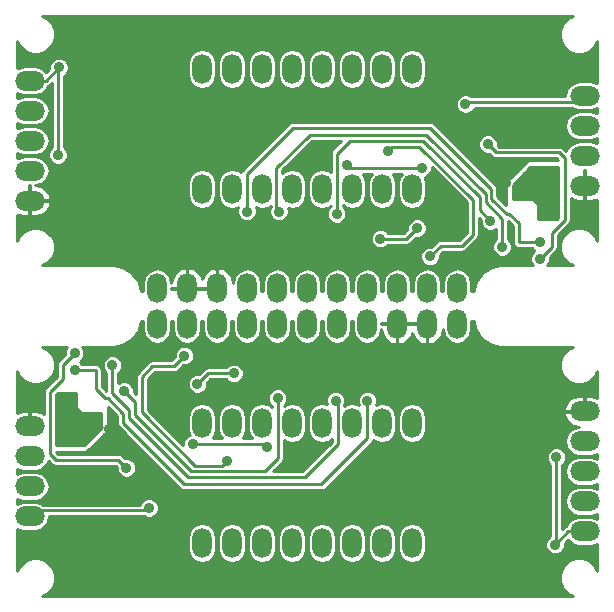
<source format=gbl>
%FSLAX34Y34*%
G04 Gerber Fmt 3.4, Leading zero omitted, Abs format*
G04 (created by PCBNEW (2014-02-28 BZR 4729)-product) date man 03 mar 2014 19:53:33 CET*
%MOIN*%
G01*
G70*
G90*
G04 APERTURE LIST*
%ADD10C,0.005906*%
%ADD11O,0.064961X0.100000*%
%ADD12O,0.100000X0.065000*%
%ADD13O,0.065000X0.100000*%
%ADD14C,0.035000*%
%ADD15C,0.009843*%
%ADD16C,0.010000*%
G04 APERTURE END LIST*
G54D10*
G54D11*
X6342Y5937D03*
X7342Y5937D03*
X8342Y5937D03*
X9342Y5937D03*
X10342Y5937D03*
X11342Y5937D03*
X12342Y5937D03*
X13342Y5937D03*
X13342Y1937D03*
X12342Y1937D03*
X11342Y1937D03*
X10342Y1937D03*
X9342Y1937D03*
X8342Y1937D03*
X7342Y1937D03*
X6342Y1937D03*
G54D12*
X590Y2830D03*
X590Y3830D03*
X590Y4830D03*
X590Y5830D03*
G54D13*
X14842Y9251D03*
X13842Y9251D03*
X12842Y9251D03*
X11842Y9251D03*
X10842Y9251D03*
X9842Y9251D03*
X8842Y9251D03*
X7842Y9251D03*
X6842Y9251D03*
X5842Y9251D03*
X4842Y9251D03*
G54D12*
X19094Y2330D03*
X19094Y3330D03*
X19094Y4330D03*
X19094Y5330D03*
X19094Y6330D03*
G54D11*
X13342Y13748D03*
X12342Y13748D03*
X11342Y13748D03*
X10342Y13748D03*
X9342Y13748D03*
X8342Y13748D03*
X7342Y13748D03*
X6342Y13748D03*
X6342Y17748D03*
X7342Y17748D03*
X8342Y17748D03*
X9342Y17748D03*
X10342Y17748D03*
X11342Y17748D03*
X12342Y17748D03*
X13342Y17748D03*
G54D12*
X19094Y16854D03*
X19094Y15854D03*
X19094Y14854D03*
X19094Y13854D03*
G54D13*
X4842Y10433D03*
X5842Y10433D03*
X6842Y10433D03*
X7842Y10433D03*
X8842Y10433D03*
X9842Y10433D03*
X10842Y10433D03*
X11842Y10433D03*
X12842Y10433D03*
X13842Y10433D03*
X14842Y10433D03*
G54D12*
X590Y17354D03*
X590Y16354D03*
X590Y15354D03*
X590Y14354D03*
X590Y13354D03*
G54D14*
X7401Y7598D03*
X6181Y7244D03*
X12283Y12086D03*
X13503Y12440D03*
X3818Y4448D03*
X2086Y8267D03*
X15866Y15236D03*
X17598Y11417D03*
X2322Y2677D03*
X16771Y3149D03*
X14803Y1338D03*
X3228Y5748D03*
X10196Y2992D03*
X5078Y4094D03*
X2519Y5511D03*
X15944Y8307D03*
X15551Y6299D03*
X17362Y17007D03*
X2913Y16535D03*
X4881Y18346D03*
X16456Y13937D03*
X9488Y16692D03*
X14606Y15590D03*
X17165Y14173D03*
X3740Y11377D03*
X4133Y13385D03*
X8858Y6771D03*
X3740Y7007D03*
X10826Y12913D03*
X15944Y12677D03*
X3346Y7874D03*
X10787Y6692D03*
X16338Y11811D03*
X8897Y12992D03*
X2086Y7716D03*
X11850Y6692D03*
X17598Y11968D03*
X7834Y12992D03*
X7165Y4685D03*
X5748Y8188D03*
X12519Y15000D03*
X13937Y11496D03*
X18149Y4803D03*
X18110Y1889D03*
X4566Y3110D03*
X6023Y5236D03*
X8503Y5157D03*
X1535Y14881D03*
X1574Y17795D03*
X15118Y16574D03*
X13661Y14448D03*
X11181Y14527D03*
G54D15*
X6535Y7598D02*
X7401Y7598D01*
X6181Y7244D02*
X6535Y7598D01*
X13149Y12086D02*
X12283Y12086D01*
X13503Y12440D02*
X13149Y12086D01*
X3543Y4724D02*
X3818Y4448D01*
X1259Y4921D02*
X1456Y4724D01*
X1259Y6968D02*
X1259Y4921D01*
X1692Y7401D02*
X1259Y6968D01*
X1692Y7874D02*
X1692Y7401D01*
X2086Y8267D02*
X1692Y7874D01*
X1456Y4724D02*
X3543Y4724D01*
X16141Y14960D02*
X15866Y15236D01*
X18425Y14763D02*
X18228Y14960D01*
X18425Y12716D02*
X18425Y14763D01*
X17992Y12283D02*
X18425Y12716D01*
X17992Y11811D02*
X17992Y12283D01*
X17598Y11417D02*
X17992Y11811D01*
X18228Y14960D02*
X16141Y14960D01*
X8858Y6732D02*
X8858Y6771D01*
X8425Y4329D02*
X8425Y4330D01*
X8858Y4763D02*
X8858Y6732D01*
X8425Y4330D02*
X8858Y4763D01*
X5985Y4329D02*
X8425Y4329D01*
X4094Y6220D02*
X5985Y4329D01*
X4094Y6653D02*
X4094Y6220D01*
X3740Y7007D02*
X4094Y6653D01*
X10826Y12952D02*
X10826Y12913D01*
X11259Y15355D02*
X11259Y15354D01*
X10826Y14921D02*
X10826Y12952D01*
X11259Y15354D02*
X10826Y14921D01*
X13700Y15355D02*
X11259Y15355D01*
X15590Y13464D02*
X13700Y15355D01*
X15590Y13031D02*
X15590Y13464D01*
X15944Y12677D02*
X15590Y13031D01*
X3346Y7874D02*
X3346Y6929D01*
X3346Y6929D02*
X3897Y6377D01*
X10866Y6614D02*
X10787Y6692D01*
X10866Y5236D02*
X10866Y6614D01*
X9763Y4133D02*
X10866Y5236D01*
X5867Y4133D02*
X9763Y4133D01*
X5866Y4133D02*
X5867Y4133D01*
X5866Y4133D02*
X5866Y4133D01*
X3897Y6103D02*
X5866Y4133D01*
X3897Y6377D02*
X3897Y6103D01*
X16338Y11811D02*
X16338Y12755D01*
X16338Y12755D02*
X15787Y13307D01*
X8818Y13070D02*
X8897Y12992D01*
X8818Y14448D02*
X8818Y13070D01*
X9921Y15551D02*
X8818Y14448D01*
X13817Y15551D02*
X9921Y15551D01*
X13818Y15551D02*
X13817Y15551D01*
X13818Y15551D02*
X13818Y15551D01*
X15787Y13581D02*
X13818Y15551D01*
X15787Y13307D02*
X15787Y13581D01*
X11850Y5472D02*
X11850Y5433D01*
X11850Y5433D02*
X10314Y3897D01*
X2795Y7716D02*
X2795Y7086D01*
X3701Y6259D02*
X3700Y6259D01*
X3189Y6771D02*
X3701Y6259D01*
X3110Y6771D02*
X3189Y6771D01*
X2795Y7086D02*
X3110Y6771D01*
X6614Y3897D02*
X5748Y3897D01*
X3700Y5944D02*
X3700Y6259D01*
X5748Y3897D02*
X3700Y5944D01*
X6614Y3897D02*
X10314Y3897D01*
X2086Y7716D02*
X2795Y7716D01*
X11850Y5472D02*
X11850Y6692D01*
X7834Y14212D02*
X7834Y14251D01*
X7834Y14251D02*
X9370Y15787D01*
X16889Y11968D02*
X16889Y12598D01*
X15983Y13425D02*
X15984Y13425D01*
X16495Y12913D02*
X15983Y13425D01*
X16574Y12913D02*
X16495Y12913D01*
X16889Y12598D02*
X16574Y12913D01*
X13070Y15787D02*
X13937Y15787D01*
X15984Y13740D02*
X15984Y13425D01*
X13937Y15787D02*
X15984Y13740D01*
X13070Y15787D02*
X9370Y15787D01*
X17598Y11968D02*
X16889Y11968D01*
X7834Y14212D02*
X7834Y12992D01*
X7006Y4525D02*
X7165Y4685D01*
X6103Y4525D02*
X7006Y4525D01*
X4330Y6299D02*
X6103Y4525D01*
X4330Y7480D02*
X4330Y6299D01*
X4685Y7834D02*
X4330Y7480D01*
X5393Y7834D02*
X4685Y7834D01*
X5748Y8188D02*
X5393Y7834D01*
X12678Y15159D02*
X12519Y15000D01*
X13581Y15159D02*
X12678Y15159D01*
X15354Y13385D02*
X13581Y15159D01*
X15354Y12204D02*
X15354Y13385D01*
X15000Y11850D02*
X15354Y12204D01*
X14291Y11850D02*
X15000Y11850D01*
X13937Y11496D02*
X14291Y11850D01*
X19094Y2330D02*
X18551Y2330D01*
X18551Y2330D02*
X18110Y1889D01*
X18149Y4803D02*
X18149Y1929D01*
X18149Y1929D02*
X18110Y1889D01*
X4484Y3027D02*
X590Y3027D01*
X4566Y3110D02*
X4484Y3027D01*
X6023Y5236D02*
X8425Y5236D01*
X8425Y5236D02*
X8503Y5157D01*
X590Y17354D02*
X1133Y17354D01*
X1133Y17354D02*
X1574Y17795D01*
X1535Y14881D02*
X1535Y17755D01*
X1535Y17755D02*
X1574Y17795D01*
X15200Y16657D02*
X19094Y16657D01*
X15118Y16574D02*
X15200Y16657D01*
X13661Y14448D02*
X11259Y14448D01*
X11259Y14448D02*
X11181Y14527D01*
G54D10*
G36*
X18207Y12780D02*
X18164Y12737D01*
X17540Y12737D01*
X17540Y13230D01*
X17364Y13407D01*
X16714Y13407D01*
X16714Y13876D01*
X16694Y13876D01*
X17285Y14466D01*
X18207Y14466D01*
X18207Y12780D01*
X18207Y12780D01*
G37*
G54D16*
X18207Y12780D02*
X18164Y12737D01*
X17540Y12737D01*
X17540Y13230D01*
X17364Y13407D01*
X16714Y13407D01*
X16714Y13876D01*
X16694Y13876D01*
X17285Y14466D01*
X18207Y14466D01*
X18207Y12780D01*
G54D10*
G36*
X19505Y15265D02*
X19463Y15293D01*
X19282Y15329D01*
X18906Y15329D01*
X18724Y15293D01*
X18570Y15190D01*
X18467Y15036D01*
X18462Y15008D01*
X18369Y15101D01*
X18304Y15144D01*
X18228Y15159D01*
X16224Y15159D01*
X16191Y15192D01*
X16191Y15300D01*
X16141Y15420D01*
X16050Y15511D01*
X15931Y15561D01*
X15801Y15561D01*
X15682Y15511D01*
X15590Y15420D01*
X15541Y15301D01*
X15541Y15171D01*
X15590Y15052D01*
X15681Y14960D01*
X15801Y14911D01*
X15909Y14911D01*
X16000Y14819D01*
X16065Y14776D01*
X16141Y14761D01*
X18145Y14761D01*
X18200Y14706D01*
X17202Y14706D01*
X17134Y14637D01*
X16612Y14115D01*
X16474Y14115D01*
X16474Y13346D01*
X16474Y13215D01*
X16183Y13506D01*
X16183Y13740D01*
X16168Y13816D01*
X16168Y13816D01*
X16125Y13881D01*
X14077Y15928D01*
X14013Y15971D01*
X13937Y15986D01*
X13817Y15986D01*
X13817Y17560D01*
X13817Y17935D01*
X13781Y18117D01*
X13678Y18271D01*
X13524Y18374D01*
X13342Y18410D01*
X13160Y18374D01*
X13006Y18271D01*
X12903Y18117D01*
X12867Y17935D01*
X12867Y17560D01*
X12903Y17378D01*
X13006Y17224D01*
X13160Y17121D01*
X13342Y17085D01*
X13524Y17121D01*
X13678Y17224D01*
X13781Y17378D01*
X13817Y17560D01*
X13817Y15986D01*
X13070Y15986D01*
X12817Y15986D01*
X12817Y17560D01*
X12817Y17935D01*
X12781Y18117D01*
X12678Y18271D01*
X12524Y18374D01*
X12342Y18410D01*
X12160Y18374D01*
X12006Y18271D01*
X11903Y18117D01*
X11867Y17935D01*
X11867Y17560D01*
X11903Y17378D01*
X12006Y17224D01*
X12160Y17121D01*
X12342Y17085D01*
X12524Y17121D01*
X12678Y17224D01*
X12781Y17378D01*
X12817Y17560D01*
X12817Y15986D01*
X11817Y15986D01*
X11817Y17560D01*
X11817Y17935D01*
X11781Y18117D01*
X11678Y18271D01*
X11524Y18374D01*
X11342Y18410D01*
X11160Y18374D01*
X11006Y18271D01*
X10903Y18117D01*
X10867Y17935D01*
X10867Y17560D01*
X10903Y17378D01*
X11006Y17224D01*
X11160Y17121D01*
X11342Y17085D01*
X11524Y17121D01*
X11678Y17224D01*
X11781Y17378D01*
X11817Y17560D01*
X11817Y15986D01*
X10817Y15986D01*
X10817Y17560D01*
X10817Y17935D01*
X10781Y18117D01*
X10678Y18271D01*
X10524Y18374D01*
X10342Y18410D01*
X10160Y18374D01*
X10006Y18271D01*
X9903Y18117D01*
X9867Y17935D01*
X9867Y17560D01*
X9903Y17378D01*
X10006Y17224D01*
X10160Y17121D01*
X10342Y17085D01*
X10524Y17121D01*
X10678Y17224D01*
X10781Y17378D01*
X10817Y17560D01*
X10817Y15986D01*
X9817Y15986D01*
X9817Y17560D01*
X9817Y17935D01*
X9781Y18117D01*
X9678Y18271D01*
X9524Y18374D01*
X9342Y18410D01*
X9160Y18374D01*
X9006Y18271D01*
X8903Y18117D01*
X8867Y17935D01*
X8867Y17560D01*
X8903Y17378D01*
X9006Y17224D01*
X9160Y17121D01*
X9342Y17085D01*
X9524Y17121D01*
X9678Y17224D01*
X9781Y17378D01*
X9817Y17560D01*
X9817Y15986D01*
X9370Y15986D01*
X9293Y15971D01*
X9229Y15928D01*
X8817Y15516D01*
X8817Y17560D01*
X8817Y17935D01*
X8781Y18117D01*
X8678Y18271D01*
X8524Y18374D01*
X8342Y18410D01*
X8160Y18374D01*
X8006Y18271D01*
X7903Y18117D01*
X7867Y17935D01*
X7867Y17560D01*
X7903Y17378D01*
X8006Y17224D01*
X8160Y17121D01*
X8342Y17085D01*
X8524Y17121D01*
X8678Y17224D01*
X8781Y17378D01*
X8817Y17560D01*
X8817Y15516D01*
X7817Y14516D01*
X7817Y17560D01*
X7817Y17935D01*
X7781Y18117D01*
X7678Y18271D01*
X7524Y18374D01*
X7342Y18410D01*
X7160Y18374D01*
X7006Y18271D01*
X6903Y18117D01*
X6867Y17935D01*
X6867Y17560D01*
X6903Y17378D01*
X7006Y17224D01*
X7160Y17121D01*
X7342Y17085D01*
X7524Y17121D01*
X7678Y17224D01*
X7781Y17378D01*
X7817Y17560D01*
X7817Y14516D01*
X7693Y14392D01*
X7650Y14328D01*
X7643Y14294D01*
X7524Y14374D01*
X7342Y14410D01*
X7160Y14374D01*
X7006Y14271D01*
X6903Y14117D01*
X6867Y13935D01*
X6867Y13560D01*
X6903Y13378D01*
X7006Y13224D01*
X7160Y13121D01*
X7342Y13085D01*
X7524Y13121D01*
X7541Y13132D01*
X7509Y13057D01*
X7509Y12927D01*
X7558Y12808D01*
X7650Y12716D01*
X7769Y12667D01*
X7899Y12667D01*
X8018Y12716D01*
X8110Y12807D01*
X8159Y12927D01*
X8159Y13056D01*
X8122Y13147D01*
X8160Y13121D01*
X8342Y13085D01*
X8524Y13121D01*
X8619Y13185D01*
X8619Y13170D01*
X8572Y13057D01*
X8572Y12927D01*
X8621Y12808D01*
X8713Y12716D01*
X8832Y12667D01*
X8962Y12667D01*
X9081Y12716D01*
X9172Y12807D01*
X9222Y12927D01*
X9222Y13056D01*
X9198Y13113D01*
X9342Y13085D01*
X9524Y13121D01*
X9678Y13224D01*
X9781Y13378D01*
X9817Y13560D01*
X9817Y13935D01*
X9781Y14117D01*
X9678Y14271D01*
X9524Y14374D01*
X9342Y14410D01*
X9160Y14374D01*
X9018Y14279D01*
X9018Y14366D01*
X10003Y15351D01*
X10975Y15351D01*
X10685Y15062D01*
X10642Y14997D01*
X10627Y14921D01*
X10627Y14305D01*
X10524Y14374D01*
X10342Y14410D01*
X10160Y14374D01*
X10006Y14271D01*
X9903Y14117D01*
X9867Y13935D01*
X9867Y13560D01*
X9903Y13378D01*
X10006Y13224D01*
X10160Y13121D01*
X10342Y13085D01*
X10524Y13121D01*
X10627Y13190D01*
X10627Y13173D01*
X10551Y13097D01*
X10501Y12978D01*
X10501Y12849D01*
X10551Y12729D01*
X10642Y12638D01*
X10761Y12588D01*
X10891Y12588D01*
X11010Y12637D01*
X11102Y12729D01*
X11151Y12848D01*
X11151Y12977D01*
X11102Y13097D01*
X11025Y13173D01*
X11025Y13211D01*
X11160Y13121D01*
X11342Y13085D01*
X11524Y13121D01*
X11678Y13224D01*
X11781Y13378D01*
X11817Y13560D01*
X11817Y13935D01*
X11781Y14117D01*
X11693Y14249D01*
X11992Y14249D01*
X11903Y14117D01*
X11867Y13935D01*
X11867Y13560D01*
X11903Y13378D01*
X12006Y13224D01*
X12160Y13121D01*
X12342Y13085D01*
X12524Y13121D01*
X12678Y13224D01*
X12781Y13378D01*
X12817Y13560D01*
X12817Y13935D01*
X12781Y14117D01*
X12693Y14249D01*
X12992Y14249D01*
X12903Y14117D01*
X12867Y13935D01*
X12867Y13560D01*
X12903Y13378D01*
X13006Y13224D01*
X13160Y13121D01*
X13342Y13085D01*
X13524Y13121D01*
X13678Y13224D01*
X13781Y13378D01*
X13817Y13560D01*
X13817Y13935D01*
X13781Y14117D01*
X13766Y14140D01*
X13845Y14173D01*
X13936Y14264D01*
X13986Y14383D01*
X13986Y14471D01*
X15155Y13303D01*
X15155Y12287D01*
X14917Y12049D01*
X14291Y12049D01*
X14215Y12034D01*
X14150Y11991D01*
X13980Y11821D01*
X13872Y11821D01*
X13828Y11803D01*
X13828Y12505D01*
X13779Y12624D01*
X13688Y12716D01*
X13568Y12765D01*
X13439Y12766D01*
X13320Y12716D01*
X13228Y12625D01*
X13178Y12505D01*
X13178Y12397D01*
X13067Y12285D01*
X12543Y12285D01*
X12467Y12361D01*
X12348Y12411D01*
X12219Y12411D01*
X12099Y12362D01*
X12008Y12270D01*
X11958Y12151D01*
X11958Y12022D01*
X12007Y11902D01*
X12099Y11811D01*
X12218Y11761D01*
X12347Y11761D01*
X12467Y11810D01*
X12543Y11887D01*
X13149Y11887D01*
X13225Y11902D01*
X13290Y11945D01*
X13460Y12115D01*
X13568Y12115D01*
X13687Y12165D01*
X13779Y12256D01*
X13828Y12376D01*
X13828Y12505D01*
X13828Y11803D01*
X13753Y11771D01*
X13661Y11680D01*
X13612Y11560D01*
X13611Y11431D01*
X13661Y11312D01*
X13752Y11220D01*
X13872Y11171D01*
X14001Y11171D01*
X14120Y11220D01*
X14212Y11311D01*
X14261Y11431D01*
X14262Y11539D01*
X14373Y11651D01*
X15000Y11651D01*
X15076Y11666D01*
X15140Y11709D01*
X15495Y12063D01*
X15538Y12128D01*
X15553Y12204D01*
X15553Y12786D01*
X15619Y12720D01*
X15619Y12612D01*
X15669Y12493D01*
X15760Y12401D01*
X15879Y12352D01*
X16009Y12352D01*
X16128Y12401D01*
X16139Y12412D01*
X16139Y12071D01*
X16063Y11995D01*
X16013Y11875D01*
X16013Y11746D01*
X16062Y11627D01*
X16154Y11535D01*
X16273Y11486D01*
X16402Y11485D01*
X16522Y11535D01*
X16613Y11626D01*
X16663Y11746D01*
X16663Y11875D01*
X16614Y11994D01*
X16537Y12071D01*
X16537Y12668D01*
X16690Y12515D01*
X16690Y11968D01*
X16705Y11892D01*
X16748Y11827D01*
X16813Y11784D01*
X16889Y11769D01*
X17338Y11769D01*
X17414Y11693D01*
X17414Y11692D01*
X17323Y11601D01*
X17273Y11482D01*
X17273Y11352D01*
X17322Y11233D01*
X17353Y11203D01*
X16338Y11203D01*
X16321Y11199D01*
X16303Y11199D01*
X16002Y11139D01*
X15937Y11112D01*
X15682Y10942D01*
X15632Y10892D01*
X15461Y10637D01*
X15435Y10572D01*
X15388Y10336D01*
X15317Y10336D01*
X15317Y10620D01*
X15281Y10802D01*
X15178Y10956D01*
X15024Y11059D01*
X14842Y11095D01*
X14660Y11059D01*
X14506Y10956D01*
X14403Y10802D01*
X14367Y10620D01*
X14367Y10336D01*
X14317Y10336D01*
X14317Y10620D01*
X14281Y10802D01*
X14178Y10956D01*
X14024Y11059D01*
X13842Y11095D01*
X13660Y11059D01*
X13506Y10956D01*
X13403Y10802D01*
X13367Y10620D01*
X13367Y10336D01*
X13317Y10336D01*
X13317Y10620D01*
X13281Y10802D01*
X13178Y10956D01*
X13024Y11059D01*
X12842Y11095D01*
X12660Y11059D01*
X12506Y10956D01*
X12403Y10802D01*
X12367Y10620D01*
X12367Y10336D01*
X12317Y10336D01*
X12317Y10620D01*
X12281Y10802D01*
X12178Y10956D01*
X12024Y11059D01*
X11842Y11095D01*
X11660Y11059D01*
X11506Y10956D01*
X11403Y10802D01*
X11367Y10620D01*
X11367Y10336D01*
X11317Y10336D01*
X11317Y10620D01*
X11281Y10802D01*
X11178Y10956D01*
X11024Y11059D01*
X10842Y11095D01*
X10660Y11059D01*
X10506Y10956D01*
X10403Y10802D01*
X10367Y10620D01*
X10367Y10336D01*
X10317Y10336D01*
X10317Y10620D01*
X10281Y10802D01*
X10178Y10956D01*
X10024Y11059D01*
X9842Y11095D01*
X9660Y11059D01*
X9506Y10956D01*
X9403Y10802D01*
X9367Y10620D01*
X9367Y10336D01*
X9317Y10336D01*
X9317Y10620D01*
X9281Y10802D01*
X9178Y10956D01*
X9024Y11059D01*
X8842Y11095D01*
X8660Y11059D01*
X8506Y10956D01*
X8403Y10802D01*
X8367Y10620D01*
X8367Y10336D01*
X8317Y10336D01*
X8317Y10620D01*
X8281Y10802D01*
X8178Y10956D01*
X8024Y11059D01*
X7842Y11095D01*
X7660Y11059D01*
X7506Y10956D01*
X7403Y10802D01*
X7367Y10620D01*
X7367Y10618D01*
X7323Y10818D01*
X7206Y10986D01*
X7034Y11096D01*
X6934Y11124D01*
X6852Y11082D01*
X6852Y10443D01*
X6860Y10443D01*
X6860Y10423D01*
X6852Y10423D01*
X6852Y10415D01*
X6832Y10415D01*
X6832Y10423D01*
X6832Y10443D01*
X6832Y11082D01*
X6817Y11090D01*
X6817Y13560D01*
X6817Y13935D01*
X6817Y17560D01*
X6817Y17935D01*
X6781Y18117D01*
X6678Y18271D01*
X6524Y18374D01*
X6342Y18410D01*
X6160Y18374D01*
X6006Y18271D01*
X5903Y18117D01*
X5867Y17935D01*
X5867Y17560D01*
X5903Y17378D01*
X6006Y17224D01*
X6160Y17121D01*
X6342Y17085D01*
X6524Y17121D01*
X6678Y17224D01*
X6781Y17378D01*
X6817Y17560D01*
X6817Y13935D01*
X6781Y14117D01*
X6678Y14271D01*
X6524Y14374D01*
X6342Y14410D01*
X6160Y14374D01*
X6006Y14271D01*
X5903Y14117D01*
X5867Y13935D01*
X5867Y13560D01*
X5903Y13378D01*
X6006Y13224D01*
X6160Y13121D01*
X6342Y13085D01*
X6524Y13121D01*
X6678Y13224D01*
X6781Y13378D01*
X6817Y13560D01*
X6817Y11090D01*
X6750Y11124D01*
X6650Y11096D01*
X6478Y10986D01*
X6361Y10818D01*
X6342Y10732D01*
X6323Y10818D01*
X6206Y10986D01*
X6034Y11096D01*
X5934Y11124D01*
X5852Y11082D01*
X5852Y10443D01*
X6317Y10443D01*
X6367Y10443D01*
X6832Y10443D01*
X6832Y10423D01*
X6367Y10423D01*
X6317Y10423D01*
X5852Y10423D01*
X5852Y10415D01*
X5832Y10415D01*
X5832Y10423D01*
X5317Y10423D01*
X5317Y10443D01*
X5832Y10443D01*
X5832Y11082D01*
X5750Y11124D01*
X5650Y11096D01*
X5478Y10986D01*
X5361Y10818D01*
X5317Y10618D01*
X5317Y10620D01*
X5281Y10802D01*
X5178Y10956D01*
X5024Y11059D01*
X4842Y11095D01*
X4660Y11059D01*
X4506Y10956D01*
X4403Y10802D01*
X4367Y10620D01*
X4367Y10336D01*
X4297Y10336D01*
X4249Y10572D01*
X4223Y10637D01*
X4052Y10892D01*
X4002Y10942D01*
X3747Y11112D01*
X3682Y11139D01*
X3381Y11199D01*
X3363Y11199D01*
X3346Y11203D01*
X997Y11203D01*
X1150Y11266D01*
X1331Y11446D01*
X1429Y11682D01*
X1429Y11938D01*
X1331Y12174D01*
X1282Y12223D01*
X1282Y13262D01*
X1240Y13344D01*
X600Y13344D01*
X600Y12829D01*
X775Y12829D01*
X975Y12873D01*
X1143Y12990D01*
X1254Y13162D01*
X1282Y13262D01*
X1282Y12223D01*
X1151Y12354D01*
X915Y12452D01*
X660Y12453D01*
X424Y12355D01*
X243Y12175D01*
X179Y12021D01*
X179Y12891D01*
X205Y12873D01*
X405Y12829D01*
X580Y12829D01*
X580Y13344D01*
X572Y13344D01*
X572Y13364D01*
X580Y13364D01*
X580Y13879D01*
X600Y13879D01*
X600Y13364D01*
X1240Y13364D01*
X1282Y13446D01*
X1254Y13546D01*
X1143Y13718D01*
X975Y13835D01*
X775Y13879D01*
X778Y13879D01*
X960Y13915D01*
X1114Y14018D01*
X1217Y14172D01*
X1253Y14354D01*
X1217Y14536D01*
X1114Y14690D01*
X960Y14793D01*
X778Y14829D01*
X402Y14829D01*
X221Y14793D01*
X179Y14765D01*
X179Y14943D01*
X221Y14915D01*
X402Y14879D01*
X778Y14879D01*
X960Y14915D01*
X1114Y15018D01*
X1217Y15172D01*
X1253Y15354D01*
X1217Y15536D01*
X1114Y15690D01*
X960Y15793D01*
X778Y15829D01*
X402Y15829D01*
X221Y15793D01*
X179Y15765D01*
X179Y15943D01*
X221Y15915D01*
X402Y15879D01*
X778Y15879D01*
X960Y15915D01*
X1114Y16018D01*
X1217Y16172D01*
X1253Y16354D01*
X1217Y16536D01*
X1114Y16690D01*
X960Y16793D01*
X778Y16829D01*
X402Y16829D01*
X221Y16793D01*
X179Y16765D01*
X179Y16943D01*
X221Y16915D01*
X402Y16879D01*
X778Y16879D01*
X960Y16915D01*
X1114Y17018D01*
X1217Y17172D01*
X1217Y17175D01*
X1274Y17213D01*
X1336Y17274D01*
X1336Y15142D01*
X1260Y15066D01*
X1210Y14946D01*
X1210Y14817D01*
X1259Y14698D01*
X1351Y14606D01*
X1470Y14556D01*
X1599Y14556D01*
X1719Y14606D01*
X1810Y14697D01*
X1860Y14816D01*
X1860Y14946D01*
X1811Y15065D01*
X1734Y15142D01*
X1734Y17509D01*
X1758Y17519D01*
X1850Y17610D01*
X1899Y17730D01*
X1899Y17859D01*
X1850Y17979D01*
X1759Y18070D01*
X1639Y18120D01*
X1510Y18120D01*
X1390Y18070D01*
X1299Y17979D01*
X1249Y17860D01*
X1249Y17751D01*
X1143Y17645D01*
X1114Y17690D01*
X960Y17793D01*
X778Y17829D01*
X402Y17829D01*
X221Y17793D01*
X179Y17765D01*
X179Y18687D01*
X242Y18534D01*
X423Y18353D01*
X659Y18255D01*
X914Y18255D01*
X1150Y18353D01*
X1331Y18533D01*
X1429Y18769D01*
X1429Y19024D01*
X1331Y19260D01*
X1151Y19441D01*
X997Y19505D01*
X18687Y19505D01*
X18534Y19442D01*
X18353Y19261D01*
X18255Y19025D01*
X18255Y18770D01*
X18353Y18534D01*
X18533Y18353D01*
X18769Y18255D01*
X19024Y18255D01*
X19260Y18353D01*
X19441Y18533D01*
X19505Y18687D01*
X19505Y17265D01*
X19463Y17293D01*
X19282Y17329D01*
X18906Y17329D01*
X18724Y17293D01*
X18570Y17190D01*
X18467Y17036D01*
X18432Y16856D01*
X15286Y16856D01*
X15183Y16899D01*
X15053Y16899D01*
X14934Y16850D01*
X14842Y16759D01*
X14793Y16639D01*
X14793Y16510D01*
X14842Y16390D01*
X14933Y16299D01*
X15053Y16249D01*
X15182Y16249D01*
X15301Y16299D01*
X15393Y16390D01*
X15421Y16458D01*
X18660Y16458D01*
X18724Y16415D01*
X18906Y16379D01*
X19282Y16379D01*
X19463Y16415D01*
X19505Y16443D01*
X19505Y16265D01*
X19463Y16293D01*
X19282Y16329D01*
X18906Y16329D01*
X18724Y16293D01*
X18570Y16190D01*
X18467Y16036D01*
X18431Y15854D01*
X18467Y15672D01*
X18570Y15518D01*
X18724Y15415D01*
X18906Y15379D01*
X19282Y15379D01*
X19463Y15415D01*
X19505Y15443D01*
X19505Y15265D01*
X19505Y15265D01*
G37*
G54D16*
X19505Y15265D02*
X19463Y15293D01*
X19282Y15329D01*
X18906Y15329D01*
X18724Y15293D01*
X18570Y15190D01*
X18467Y15036D01*
X18462Y15008D01*
X18369Y15101D01*
X18304Y15144D01*
X18228Y15159D01*
X16224Y15159D01*
X16191Y15192D01*
X16191Y15300D01*
X16141Y15420D01*
X16050Y15511D01*
X15931Y15561D01*
X15801Y15561D01*
X15682Y15511D01*
X15590Y15420D01*
X15541Y15301D01*
X15541Y15171D01*
X15590Y15052D01*
X15681Y14960D01*
X15801Y14911D01*
X15909Y14911D01*
X16000Y14819D01*
X16065Y14776D01*
X16141Y14761D01*
X18145Y14761D01*
X18200Y14706D01*
X17202Y14706D01*
X17134Y14637D01*
X16612Y14115D01*
X16474Y14115D01*
X16474Y13346D01*
X16474Y13215D01*
X16183Y13506D01*
X16183Y13740D01*
X16168Y13816D01*
X16168Y13816D01*
X16125Y13881D01*
X14077Y15928D01*
X14013Y15971D01*
X13937Y15986D01*
X13817Y15986D01*
X13817Y17560D01*
X13817Y17935D01*
X13781Y18117D01*
X13678Y18271D01*
X13524Y18374D01*
X13342Y18410D01*
X13160Y18374D01*
X13006Y18271D01*
X12903Y18117D01*
X12867Y17935D01*
X12867Y17560D01*
X12903Y17378D01*
X13006Y17224D01*
X13160Y17121D01*
X13342Y17085D01*
X13524Y17121D01*
X13678Y17224D01*
X13781Y17378D01*
X13817Y17560D01*
X13817Y15986D01*
X13070Y15986D01*
X12817Y15986D01*
X12817Y17560D01*
X12817Y17935D01*
X12781Y18117D01*
X12678Y18271D01*
X12524Y18374D01*
X12342Y18410D01*
X12160Y18374D01*
X12006Y18271D01*
X11903Y18117D01*
X11867Y17935D01*
X11867Y17560D01*
X11903Y17378D01*
X12006Y17224D01*
X12160Y17121D01*
X12342Y17085D01*
X12524Y17121D01*
X12678Y17224D01*
X12781Y17378D01*
X12817Y17560D01*
X12817Y15986D01*
X11817Y15986D01*
X11817Y17560D01*
X11817Y17935D01*
X11781Y18117D01*
X11678Y18271D01*
X11524Y18374D01*
X11342Y18410D01*
X11160Y18374D01*
X11006Y18271D01*
X10903Y18117D01*
X10867Y17935D01*
X10867Y17560D01*
X10903Y17378D01*
X11006Y17224D01*
X11160Y17121D01*
X11342Y17085D01*
X11524Y17121D01*
X11678Y17224D01*
X11781Y17378D01*
X11817Y17560D01*
X11817Y15986D01*
X10817Y15986D01*
X10817Y17560D01*
X10817Y17935D01*
X10781Y18117D01*
X10678Y18271D01*
X10524Y18374D01*
X10342Y18410D01*
X10160Y18374D01*
X10006Y18271D01*
X9903Y18117D01*
X9867Y17935D01*
X9867Y17560D01*
X9903Y17378D01*
X10006Y17224D01*
X10160Y17121D01*
X10342Y17085D01*
X10524Y17121D01*
X10678Y17224D01*
X10781Y17378D01*
X10817Y17560D01*
X10817Y15986D01*
X9817Y15986D01*
X9817Y17560D01*
X9817Y17935D01*
X9781Y18117D01*
X9678Y18271D01*
X9524Y18374D01*
X9342Y18410D01*
X9160Y18374D01*
X9006Y18271D01*
X8903Y18117D01*
X8867Y17935D01*
X8867Y17560D01*
X8903Y17378D01*
X9006Y17224D01*
X9160Y17121D01*
X9342Y17085D01*
X9524Y17121D01*
X9678Y17224D01*
X9781Y17378D01*
X9817Y17560D01*
X9817Y15986D01*
X9370Y15986D01*
X9293Y15971D01*
X9229Y15928D01*
X8817Y15516D01*
X8817Y17560D01*
X8817Y17935D01*
X8781Y18117D01*
X8678Y18271D01*
X8524Y18374D01*
X8342Y18410D01*
X8160Y18374D01*
X8006Y18271D01*
X7903Y18117D01*
X7867Y17935D01*
X7867Y17560D01*
X7903Y17378D01*
X8006Y17224D01*
X8160Y17121D01*
X8342Y17085D01*
X8524Y17121D01*
X8678Y17224D01*
X8781Y17378D01*
X8817Y17560D01*
X8817Y15516D01*
X7817Y14516D01*
X7817Y17560D01*
X7817Y17935D01*
X7781Y18117D01*
X7678Y18271D01*
X7524Y18374D01*
X7342Y18410D01*
X7160Y18374D01*
X7006Y18271D01*
X6903Y18117D01*
X6867Y17935D01*
X6867Y17560D01*
X6903Y17378D01*
X7006Y17224D01*
X7160Y17121D01*
X7342Y17085D01*
X7524Y17121D01*
X7678Y17224D01*
X7781Y17378D01*
X7817Y17560D01*
X7817Y14516D01*
X7693Y14392D01*
X7650Y14328D01*
X7643Y14294D01*
X7524Y14374D01*
X7342Y14410D01*
X7160Y14374D01*
X7006Y14271D01*
X6903Y14117D01*
X6867Y13935D01*
X6867Y13560D01*
X6903Y13378D01*
X7006Y13224D01*
X7160Y13121D01*
X7342Y13085D01*
X7524Y13121D01*
X7541Y13132D01*
X7509Y13057D01*
X7509Y12927D01*
X7558Y12808D01*
X7650Y12716D01*
X7769Y12667D01*
X7899Y12667D01*
X8018Y12716D01*
X8110Y12807D01*
X8159Y12927D01*
X8159Y13056D01*
X8122Y13147D01*
X8160Y13121D01*
X8342Y13085D01*
X8524Y13121D01*
X8619Y13185D01*
X8619Y13170D01*
X8572Y13057D01*
X8572Y12927D01*
X8621Y12808D01*
X8713Y12716D01*
X8832Y12667D01*
X8962Y12667D01*
X9081Y12716D01*
X9172Y12807D01*
X9222Y12927D01*
X9222Y13056D01*
X9198Y13113D01*
X9342Y13085D01*
X9524Y13121D01*
X9678Y13224D01*
X9781Y13378D01*
X9817Y13560D01*
X9817Y13935D01*
X9781Y14117D01*
X9678Y14271D01*
X9524Y14374D01*
X9342Y14410D01*
X9160Y14374D01*
X9018Y14279D01*
X9018Y14366D01*
X10003Y15351D01*
X10975Y15351D01*
X10685Y15062D01*
X10642Y14997D01*
X10627Y14921D01*
X10627Y14305D01*
X10524Y14374D01*
X10342Y14410D01*
X10160Y14374D01*
X10006Y14271D01*
X9903Y14117D01*
X9867Y13935D01*
X9867Y13560D01*
X9903Y13378D01*
X10006Y13224D01*
X10160Y13121D01*
X10342Y13085D01*
X10524Y13121D01*
X10627Y13190D01*
X10627Y13173D01*
X10551Y13097D01*
X10501Y12978D01*
X10501Y12849D01*
X10551Y12729D01*
X10642Y12638D01*
X10761Y12588D01*
X10891Y12588D01*
X11010Y12637D01*
X11102Y12729D01*
X11151Y12848D01*
X11151Y12977D01*
X11102Y13097D01*
X11025Y13173D01*
X11025Y13211D01*
X11160Y13121D01*
X11342Y13085D01*
X11524Y13121D01*
X11678Y13224D01*
X11781Y13378D01*
X11817Y13560D01*
X11817Y13935D01*
X11781Y14117D01*
X11693Y14249D01*
X11992Y14249D01*
X11903Y14117D01*
X11867Y13935D01*
X11867Y13560D01*
X11903Y13378D01*
X12006Y13224D01*
X12160Y13121D01*
X12342Y13085D01*
X12524Y13121D01*
X12678Y13224D01*
X12781Y13378D01*
X12817Y13560D01*
X12817Y13935D01*
X12781Y14117D01*
X12693Y14249D01*
X12992Y14249D01*
X12903Y14117D01*
X12867Y13935D01*
X12867Y13560D01*
X12903Y13378D01*
X13006Y13224D01*
X13160Y13121D01*
X13342Y13085D01*
X13524Y13121D01*
X13678Y13224D01*
X13781Y13378D01*
X13817Y13560D01*
X13817Y13935D01*
X13781Y14117D01*
X13766Y14140D01*
X13845Y14173D01*
X13936Y14264D01*
X13986Y14383D01*
X13986Y14471D01*
X15155Y13303D01*
X15155Y12287D01*
X14917Y12049D01*
X14291Y12049D01*
X14215Y12034D01*
X14150Y11991D01*
X13980Y11821D01*
X13872Y11821D01*
X13828Y11803D01*
X13828Y12505D01*
X13779Y12624D01*
X13688Y12716D01*
X13568Y12765D01*
X13439Y12766D01*
X13320Y12716D01*
X13228Y12625D01*
X13178Y12505D01*
X13178Y12397D01*
X13067Y12285D01*
X12543Y12285D01*
X12467Y12361D01*
X12348Y12411D01*
X12219Y12411D01*
X12099Y12362D01*
X12008Y12270D01*
X11958Y12151D01*
X11958Y12022D01*
X12007Y11902D01*
X12099Y11811D01*
X12218Y11761D01*
X12347Y11761D01*
X12467Y11810D01*
X12543Y11887D01*
X13149Y11887D01*
X13225Y11902D01*
X13290Y11945D01*
X13460Y12115D01*
X13568Y12115D01*
X13687Y12165D01*
X13779Y12256D01*
X13828Y12376D01*
X13828Y12505D01*
X13828Y11803D01*
X13753Y11771D01*
X13661Y11680D01*
X13612Y11560D01*
X13611Y11431D01*
X13661Y11312D01*
X13752Y11220D01*
X13872Y11171D01*
X14001Y11171D01*
X14120Y11220D01*
X14212Y11311D01*
X14261Y11431D01*
X14262Y11539D01*
X14373Y11651D01*
X15000Y11651D01*
X15076Y11666D01*
X15140Y11709D01*
X15495Y12063D01*
X15538Y12128D01*
X15553Y12204D01*
X15553Y12786D01*
X15619Y12720D01*
X15619Y12612D01*
X15669Y12493D01*
X15760Y12401D01*
X15879Y12352D01*
X16009Y12352D01*
X16128Y12401D01*
X16139Y12412D01*
X16139Y12071D01*
X16063Y11995D01*
X16013Y11875D01*
X16013Y11746D01*
X16062Y11627D01*
X16154Y11535D01*
X16273Y11486D01*
X16402Y11485D01*
X16522Y11535D01*
X16613Y11626D01*
X16663Y11746D01*
X16663Y11875D01*
X16614Y11994D01*
X16537Y12071D01*
X16537Y12668D01*
X16690Y12515D01*
X16690Y11968D01*
X16705Y11892D01*
X16748Y11827D01*
X16813Y11784D01*
X16889Y11769D01*
X17338Y11769D01*
X17414Y11693D01*
X17414Y11692D01*
X17323Y11601D01*
X17273Y11482D01*
X17273Y11352D01*
X17322Y11233D01*
X17353Y11203D01*
X16338Y11203D01*
X16321Y11199D01*
X16303Y11199D01*
X16002Y11139D01*
X15937Y11112D01*
X15682Y10942D01*
X15632Y10892D01*
X15461Y10637D01*
X15435Y10572D01*
X15388Y10336D01*
X15317Y10336D01*
X15317Y10620D01*
X15281Y10802D01*
X15178Y10956D01*
X15024Y11059D01*
X14842Y11095D01*
X14660Y11059D01*
X14506Y10956D01*
X14403Y10802D01*
X14367Y10620D01*
X14367Y10336D01*
X14317Y10336D01*
X14317Y10620D01*
X14281Y10802D01*
X14178Y10956D01*
X14024Y11059D01*
X13842Y11095D01*
X13660Y11059D01*
X13506Y10956D01*
X13403Y10802D01*
X13367Y10620D01*
X13367Y10336D01*
X13317Y10336D01*
X13317Y10620D01*
X13281Y10802D01*
X13178Y10956D01*
X13024Y11059D01*
X12842Y11095D01*
X12660Y11059D01*
X12506Y10956D01*
X12403Y10802D01*
X12367Y10620D01*
X12367Y10336D01*
X12317Y10336D01*
X12317Y10620D01*
X12281Y10802D01*
X12178Y10956D01*
X12024Y11059D01*
X11842Y11095D01*
X11660Y11059D01*
X11506Y10956D01*
X11403Y10802D01*
X11367Y10620D01*
X11367Y10336D01*
X11317Y10336D01*
X11317Y10620D01*
X11281Y10802D01*
X11178Y10956D01*
X11024Y11059D01*
X10842Y11095D01*
X10660Y11059D01*
X10506Y10956D01*
X10403Y10802D01*
X10367Y10620D01*
X10367Y10336D01*
X10317Y10336D01*
X10317Y10620D01*
X10281Y10802D01*
X10178Y10956D01*
X10024Y11059D01*
X9842Y11095D01*
X9660Y11059D01*
X9506Y10956D01*
X9403Y10802D01*
X9367Y10620D01*
X9367Y10336D01*
X9317Y10336D01*
X9317Y10620D01*
X9281Y10802D01*
X9178Y10956D01*
X9024Y11059D01*
X8842Y11095D01*
X8660Y11059D01*
X8506Y10956D01*
X8403Y10802D01*
X8367Y10620D01*
X8367Y10336D01*
X8317Y10336D01*
X8317Y10620D01*
X8281Y10802D01*
X8178Y10956D01*
X8024Y11059D01*
X7842Y11095D01*
X7660Y11059D01*
X7506Y10956D01*
X7403Y10802D01*
X7367Y10620D01*
X7367Y10618D01*
X7323Y10818D01*
X7206Y10986D01*
X7034Y11096D01*
X6934Y11124D01*
X6852Y11082D01*
X6852Y10443D01*
X6860Y10443D01*
X6860Y10423D01*
X6852Y10423D01*
X6852Y10415D01*
X6832Y10415D01*
X6832Y10423D01*
X6832Y10443D01*
X6832Y11082D01*
X6817Y11090D01*
X6817Y13560D01*
X6817Y13935D01*
X6817Y17560D01*
X6817Y17935D01*
X6781Y18117D01*
X6678Y18271D01*
X6524Y18374D01*
X6342Y18410D01*
X6160Y18374D01*
X6006Y18271D01*
X5903Y18117D01*
X5867Y17935D01*
X5867Y17560D01*
X5903Y17378D01*
X6006Y17224D01*
X6160Y17121D01*
X6342Y17085D01*
X6524Y17121D01*
X6678Y17224D01*
X6781Y17378D01*
X6817Y17560D01*
X6817Y13935D01*
X6781Y14117D01*
X6678Y14271D01*
X6524Y14374D01*
X6342Y14410D01*
X6160Y14374D01*
X6006Y14271D01*
X5903Y14117D01*
X5867Y13935D01*
X5867Y13560D01*
X5903Y13378D01*
X6006Y13224D01*
X6160Y13121D01*
X6342Y13085D01*
X6524Y13121D01*
X6678Y13224D01*
X6781Y13378D01*
X6817Y13560D01*
X6817Y11090D01*
X6750Y11124D01*
X6650Y11096D01*
X6478Y10986D01*
X6361Y10818D01*
X6342Y10732D01*
X6323Y10818D01*
X6206Y10986D01*
X6034Y11096D01*
X5934Y11124D01*
X5852Y11082D01*
X5852Y10443D01*
X6317Y10443D01*
X6367Y10443D01*
X6832Y10443D01*
X6832Y10423D01*
X6367Y10423D01*
X6317Y10423D01*
X5852Y10423D01*
X5852Y10415D01*
X5832Y10415D01*
X5832Y10423D01*
X5317Y10423D01*
X5317Y10443D01*
X5832Y10443D01*
X5832Y11082D01*
X5750Y11124D01*
X5650Y11096D01*
X5478Y10986D01*
X5361Y10818D01*
X5317Y10618D01*
X5317Y10620D01*
X5281Y10802D01*
X5178Y10956D01*
X5024Y11059D01*
X4842Y11095D01*
X4660Y11059D01*
X4506Y10956D01*
X4403Y10802D01*
X4367Y10620D01*
X4367Y10336D01*
X4297Y10336D01*
X4249Y10572D01*
X4223Y10637D01*
X4052Y10892D01*
X4002Y10942D01*
X3747Y11112D01*
X3682Y11139D01*
X3381Y11199D01*
X3363Y11199D01*
X3346Y11203D01*
X997Y11203D01*
X1150Y11266D01*
X1331Y11446D01*
X1429Y11682D01*
X1429Y11938D01*
X1331Y12174D01*
X1282Y12223D01*
X1282Y13262D01*
X1240Y13344D01*
X600Y13344D01*
X600Y12829D01*
X775Y12829D01*
X975Y12873D01*
X1143Y12990D01*
X1254Y13162D01*
X1282Y13262D01*
X1282Y12223D01*
X1151Y12354D01*
X915Y12452D01*
X660Y12453D01*
X424Y12355D01*
X243Y12175D01*
X179Y12021D01*
X179Y12891D01*
X205Y12873D01*
X405Y12829D01*
X580Y12829D01*
X580Y13344D01*
X572Y13344D01*
X572Y13364D01*
X580Y13364D01*
X580Y13879D01*
X600Y13879D01*
X600Y13364D01*
X1240Y13364D01*
X1282Y13446D01*
X1254Y13546D01*
X1143Y13718D01*
X975Y13835D01*
X775Y13879D01*
X778Y13879D01*
X960Y13915D01*
X1114Y14018D01*
X1217Y14172D01*
X1253Y14354D01*
X1217Y14536D01*
X1114Y14690D01*
X960Y14793D01*
X778Y14829D01*
X402Y14829D01*
X221Y14793D01*
X179Y14765D01*
X179Y14943D01*
X221Y14915D01*
X402Y14879D01*
X778Y14879D01*
X960Y14915D01*
X1114Y15018D01*
X1217Y15172D01*
X1253Y15354D01*
X1217Y15536D01*
X1114Y15690D01*
X960Y15793D01*
X778Y15829D01*
X402Y15829D01*
X221Y15793D01*
X179Y15765D01*
X179Y15943D01*
X221Y15915D01*
X402Y15879D01*
X778Y15879D01*
X960Y15915D01*
X1114Y16018D01*
X1217Y16172D01*
X1253Y16354D01*
X1217Y16536D01*
X1114Y16690D01*
X960Y16793D01*
X778Y16829D01*
X402Y16829D01*
X221Y16793D01*
X179Y16765D01*
X179Y16943D01*
X221Y16915D01*
X402Y16879D01*
X778Y16879D01*
X960Y16915D01*
X1114Y17018D01*
X1217Y17172D01*
X1217Y17175D01*
X1274Y17213D01*
X1336Y17274D01*
X1336Y15142D01*
X1260Y15066D01*
X1210Y14946D01*
X1210Y14817D01*
X1259Y14698D01*
X1351Y14606D01*
X1470Y14556D01*
X1599Y14556D01*
X1719Y14606D01*
X1810Y14697D01*
X1860Y14816D01*
X1860Y14946D01*
X1811Y15065D01*
X1734Y15142D01*
X1734Y17509D01*
X1758Y17519D01*
X1850Y17610D01*
X1899Y17730D01*
X1899Y17859D01*
X1850Y17979D01*
X1759Y18070D01*
X1639Y18120D01*
X1510Y18120D01*
X1390Y18070D01*
X1299Y17979D01*
X1249Y17860D01*
X1249Y17751D01*
X1143Y17645D01*
X1114Y17690D01*
X960Y17793D01*
X778Y17829D01*
X402Y17829D01*
X221Y17793D01*
X179Y17765D01*
X179Y18687D01*
X242Y18534D01*
X423Y18353D01*
X659Y18255D01*
X914Y18255D01*
X1150Y18353D01*
X1331Y18533D01*
X1429Y18769D01*
X1429Y19024D01*
X1331Y19260D01*
X1151Y19441D01*
X997Y19505D01*
X18687Y19505D01*
X18534Y19442D01*
X18353Y19261D01*
X18255Y19025D01*
X18255Y18770D01*
X18353Y18534D01*
X18533Y18353D01*
X18769Y18255D01*
X19024Y18255D01*
X19260Y18353D01*
X19441Y18533D01*
X19505Y18687D01*
X19505Y17265D01*
X19463Y17293D01*
X19282Y17329D01*
X18906Y17329D01*
X18724Y17293D01*
X18570Y17190D01*
X18467Y17036D01*
X18432Y16856D01*
X15286Y16856D01*
X15183Y16899D01*
X15053Y16899D01*
X14934Y16850D01*
X14842Y16759D01*
X14793Y16639D01*
X14793Y16510D01*
X14842Y16390D01*
X14933Y16299D01*
X15053Y16249D01*
X15182Y16249D01*
X15301Y16299D01*
X15393Y16390D01*
X15421Y16458D01*
X18660Y16458D01*
X18724Y16415D01*
X18906Y16379D01*
X19282Y16379D01*
X19463Y16415D01*
X19505Y16443D01*
X19505Y16265D01*
X19463Y16293D01*
X19282Y16329D01*
X18906Y16329D01*
X18724Y16293D01*
X18570Y16190D01*
X18467Y16036D01*
X18431Y15854D01*
X18467Y15672D01*
X18570Y15518D01*
X18724Y15415D01*
X18906Y15379D01*
X19282Y15379D01*
X19463Y15415D01*
X19505Y15443D01*
X19505Y15265D01*
G54D10*
G36*
X19505Y12021D02*
X19442Y12174D01*
X19261Y12354D01*
X19025Y12452D01*
X18770Y12453D01*
X18534Y12355D01*
X18353Y12175D01*
X18255Y11939D01*
X18255Y11683D01*
X18353Y11447D01*
X18533Y11267D01*
X18687Y11203D01*
X17843Y11203D01*
X17873Y11232D01*
X17923Y11352D01*
X17923Y11460D01*
X18132Y11670D01*
X18176Y11734D01*
X18176Y11734D01*
X18191Y11811D01*
X18191Y12200D01*
X18566Y12575D01*
X18609Y12640D01*
X18624Y12716D01*
X18624Y13432D01*
X18709Y13373D01*
X18909Y13329D01*
X19084Y13329D01*
X19084Y13844D01*
X19076Y13844D01*
X19076Y13864D01*
X19084Y13864D01*
X19084Y14379D01*
X19104Y14379D01*
X19104Y13864D01*
X19112Y13864D01*
X19112Y13844D01*
X19104Y13844D01*
X19104Y13329D01*
X19279Y13329D01*
X19479Y13373D01*
X19505Y13391D01*
X19505Y12021D01*
X19505Y12021D01*
G37*
G54D16*
X19505Y12021D02*
X19442Y12174D01*
X19261Y12354D01*
X19025Y12452D01*
X18770Y12453D01*
X18534Y12355D01*
X18353Y12175D01*
X18255Y11939D01*
X18255Y11683D01*
X18353Y11447D01*
X18533Y11267D01*
X18687Y11203D01*
X17843Y11203D01*
X17873Y11232D01*
X17923Y11352D01*
X17923Y11460D01*
X18132Y11670D01*
X18176Y11734D01*
X18176Y11734D01*
X18191Y11811D01*
X18191Y12200D01*
X18566Y12575D01*
X18609Y12640D01*
X18624Y12716D01*
X18624Y13432D01*
X18709Y13373D01*
X18909Y13329D01*
X19084Y13329D01*
X19084Y13844D01*
X19076Y13844D01*
X19076Y13864D01*
X19084Y13864D01*
X19084Y14379D01*
X19104Y14379D01*
X19104Y13864D01*
X19112Y13864D01*
X19112Y13844D01*
X19104Y13844D01*
X19104Y13329D01*
X19279Y13329D01*
X19479Y13373D01*
X19505Y13391D01*
X19505Y12021D01*
G54D10*
G36*
X1841Y8481D02*
X1811Y8452D01*
X1761Y8332D01*
X1761Y8224D01*
X1552Y8014D01*
X1508Y7950D01*
X1493Y7874D01*
X1493Y7484D01*
X1118Y7109D01*
X1075Y7044D01*
X1060Y6968D01*
X1060Y6252D01*
X975Y6311D01*
X775Y6355D01*
X600Y6355D01*
X600Y5840D01*
X608Y5840D01*
X608Y5820D01*
X600Y5820D01*
X600Y5812D01*
X580Y5812D01*
X580Y5820D01*
X572Y5820D01*
X572Y5840D01*
X580Y5840D01*
X580Y6355D01*
X405Y6355D01*
X205Y6311D01*
X179Y6293D01*
X179Y7664D01*
X242Y7510D01*
X423Y7330D01*
X659Y7232D01*
X914Y7231D01*
X1150Y7329D01*
X1331Y7509D01*
X1429Y7745D01*
X1429Y8001D01*
X1331Y8237D01*
X1151Y8417D01*
X997Y8481D01*
X1841Y8481D01*
X1841Y8481D01*
G37*
G54D16*
X1841Y8481D02*
X1811Y8452D01*
X1761Y8332D01*
X1761Y8224D01*
X1552Y8014D01*
X1508Y7950D01*
X1493Y7874D01*
X1493Y7484D01*
X1118Y7109D01*
X1075Y7044D01*
X1060Y6968D01*
X1060Y6252D01*
X975Y6311D01*
X775Y6355D01*
X600Y6355D01*
X600Y5840D01*
X608Y5840D01*
X608Y5820D01*
X600Y5820D01*
X600Y5812D01*
X580Y5812D01*
X580Y5820D01*
X572Y5820D01*
X572Y5840D01*
X580Y5840D01*
X580Y6355D01*
X405Y6355D01*
X205Y6311D01*
X179Y6293D01*
X179Y7664D01*
X242Y7510D01*
X423Y7330D01*
X659Y7232D01*
X914Y7231D01*
X1150Y7329D01*
X1331Y7509D01*
X1429Y7745D01*
X1429Y8001D01*
X1331Y8237D01*
X1151Y8417D01*
X997Y8481D01*
X1841Y8481D01*
G54D10*
G36*
X2990Y5808D02*
X2399Y5218D01*
X1477Y5218D01*
X1477Y6904D01*
X1520Y6947D01*
X2144Y6947D01*
X2144Y6454D01*
X2320Y6277D01*
X2970Y6277D01*
X2970Y5808D01*
X2990Y5808D01*
X2990Y5808D01*
G37*
G54D16*
X2990Y5808D02*
X2399Y5218D01*
X1477Y5218D01*
X1477Y6904D01*
X1520Y6947D01*
X2144Y6947D01*
X2144Y6454D01*
X2320Y6277D01*
X2970Y6277D01*
X2970Y5808D01*
X2990Y5808D01*
G54D10*
G36*
X19505Y997D02*
X19442Y1150D01*
X19261Y1331D01*
X19025Y1429D01*
X18770Y1429D01*
X18534Y1331D01*
X18353Y1151D01*
X18255Y915D01*
X18255Y660D01*
X18353Y424D01*
X18533Y243D01*
X18687Y179D01*
X13832Y179D01*
X13832Y8602D01*
X13832Y9241D01*
X13367Y9241D01*
X13317Y9241D01*
X12852Y9241D01*
X12852Y8602D01*
X12934Y8560D01*
X13034Y8588D01*
X13206Y8698D01*
X13323Y8866D01*
X13342Y8952D01*
X13361Y8866D01*
X13478Y8698D01*
X13650Y8588D01*
X13750Y8560D01*
X13832Y8602D01*
X13832Y179D01*
X13817Y179D01*
X13817Y1749D01*
X13817Y2124D01*
X13817Y5749D01*
X13817Y6124D01*
X13781Y6306D01*
X13678Y6460D01*
X13524Y6563D01*
X13342Y6599D01*
X13160Y6563D01*
X13006Y6460D01*
X12903Y6306D01*
X12867Y6124D01*
X12867Y5749D01*
X12903Y5567D01*
X13006Y5413D01*
X13160Y5310D01*
X13342Y5274D01*
X13524Y5310D01*
X13678Y5413D01*
X13781Y5567D01*
X13817Y5749D01*
X13817Y2124D01*
X13781Y2306D01*
X13678Y2460D01*
X13524Y2563D01*
X13342Y2599D01*
X13160Y2563D01*
X13006Y2460D01*
X12903Y2306D01*
X12867Y2124D01*
X12867Y1749D01*
X12903Y1567D01*
X13006Y1413D01*
X13160Y1310D01*
X13342Y1274D01*
X13524Y1310D01*
X13678Y1413D01*
X13781Y1567D01*
X13817Y1749D01*
X13817Y179D01*
X12817Y179D01*
X12817Y1749D01*
X12817Y2124D01*
X12781Y2306D01*
X12678Y2460D01*
X12524Y2563D01*
X12342Y2599D01*
X12160Y2563D01*
X12006Y2460D01*
X11903Y2306D01*
X11867Y2124D01*
X11867Y1749D01*
X11903Y1567D01*
X12006Y1413D01*
X12160Y1310D01*
X12342Y1274D01*
X12524Y1310D01*
X12678Y1413D01*
X12781Y1567D01*
X12817Y1749D01*
X12817Y179D01*
X11817Y179D01*
X11817Y1749D01*
X11817Y2124D01*
X11781Y2306D01*
X11678Y2460D01*
X11524Y2563D01*
X11342Y2599D01*
X11160Y2563D01*
X11006Y2460D01*
X10903Y2306D01*
X10867Y2124D01*
X10867Y1749D01*
X10903Y1567D01*
X11006Y1413D01*
X11160Y1310D01*
X11342Y1274D01*
X11524Y1310D01*
X11678Y1413D01*
X11781Y1567D01*
X11817Y1749D01*
X11817Y179D01*
X10817Y179D01*
X10817Y1749D01*
X10817Y2124D01*
X10781Y2306D01*
X10678Y2460D01*
X10524Y2563D01*
X10342Y2599D01*
X10160Y2563D01*
X10006Y2460D01*
X9903Y2306D01*
X9867Y2124D01*
X9867Y1749D01*
X9903Y1567D01*
X10006Y1413D01*
X10160Y1310D01*
X10342Y1274D01*
X10524Y1310D01*
X10678Y1413D01*
X10781Y1567D01*
X10817Y1749D01*
X10817Y179D01*
X9817Y179D01*
X9817Y1749D01*
X9817Y2124D01*
X9781Y2306D01*
X9678Y2460D01*
X9524Y2563D01*
X9342Y2599D01*
X9160Y2563D01*
X9006Y2460D01*
X8903Y2306D01*
X8867Y2124D01*
X8867Y1749D01*
X8903Y1567D01*
X9006Y1413D01*
X9160Y1310D01*
X9342Y1274D01*
X9524Y1310D01*
X9678Y1413D01*
X9781Y1567D01*
X9817Y1749D01*
X9817Y179D01*
X8817Y179D01*
X8817Y1749D01*
X8817Y2124D01*
X8781Y2306D01*
X8678Y2460D01*
X8524Y2563D01*
X8342Y2599D01*
X8160Y2563D01*
X8006Y2460D01*
X7903Y2306D01*
X7867Y2124D01*
X7867Y1749D01*
X7903Y1567D01*
X8006Y1413D01*
X8160Y1310D01*
X8342Y1274D01*
X8524Y1310D01*
X8678Y1413D01*
X8781Y1567D01*
X8817Y1749D01*
X8817Y179D01*
X7817Y179D01*
X7817Y1749D01*
X7817Y2124D01*
X7781Y2306D01*
X7678Y2460D01*
X7524Y2563D01*
X7342Y2599D01*
X7160Y2563D01*
X7006Y2460D01*
X6903Y2306D01*
X6867Y2124D01*
X6867Y1749D01*
X6903Y1567D01*
X7006Y1413D01*
X7160Y1310D01*
X7342Y1274D01*
X7524Y1310D01*
X7678Y1413D01*
X7781Y1567D01*
X7817Y1749D01*
X7817Y179D01*
X6817Y179D01*
X6817Y1749D01*
X6817Y2124D01*
X6781Y2306D01*
X6678Y2460D01*
X6524Y2563D01*
X6342Y2599D01*
X6160Y2563D01*
X6006Y2460D01*
X5903Y2306D01*
X5867Y2124D01*
X5867Y1749D01*
X5903Y1567D01*
X6006Y1413D01*
X6160Y1310D01*
X6342Y1274D01*
X6524Y1310D01*
X6678Y1413D01*
X6781Y1567D01*
X6817Y1749D01*
X6817Y179D01*
X997Y179D01*
X1150Y242D01*
X1331Y423D01*
X1429Y659D01*
X1429Y914D01*
X1331Y1150D01*
X1151Y1331D01*
X915Y1429D01*
X660Y1429D01*
X424Y1331D01*
X243Y1151D01*
X179Y997D01*
X179Y2419D01*
X221Y2391D01*
X402Y2355D01*
X778Y2355D01*
X960Y2391D01*
X1114Y2494D01*
X1217Y2648D01*
X1252Y2828D01*
X4398Y2828D01*
X4501Y2785D01*
X4631Y2785D01*
X4750Y2834D01*
X4842Y2925D01*
X4891Y3045D01*
X4891Y3174D01*
X4842Y3294D01*
X4751Y3385D01*
X4631Y3435D01*
X4502Y3435D01*
X4383Y3385D01*
X4291Y3294D01*
X4263Y3226D01*
X1024Y3226D01*
X960Y3269D01*
X778Y3305D01*
X402Y3305D01*
X221Y3269D01*
X179Y3241D01*
X179Y3419D01*
X221Y3391D01*
X402Y3355D01*
X778Y3355D01*
X960Y3391D01*
X1114Y3494D01*
X1217Y3648D01*
X1253Y3830D01*
X1217Y4012D01*
X1114Y4166D01*
X960Y4269D01*
X778Y4305D01*
X402Y4305D01*
X221Y4269D01*
X179Y4241D01*
X179Y4419D01*
X221Y4391D01*
X402Y4355D01*
X778Y4355D01*
X960Y4391D01*
X1114Y4494D01*
X1217Y4648D01*
X1222Y4676D01*
X1315Y4583D01*
X1380Y4540D01*
X1456Y4525D01*
X3460Y4525D01*
X3493Y4492D01*
X3493Y4384D01*
X3543Y4264D01*
X3634Y4173D01*
X3753Y4123D01*
X3883Y4123D01*
X4002Y4173D01*
X4094Y4264D01*
X4143Y4383D01*
X4143Y4513D01*
X4094Y4632D01*
X4003Y4724D01*
X3883Y4773D01*
X3775Y4773D01*
X3684Y4865D01*
X3619Y4908D01*
X3543Y4923D01*
X1539Y4923D01*
X1484Y4978D01*
X2482Y4978D01*
X2551Y5047D01*
X2990Y5486D01*
X3072Y5569D01*
X3210Y5569D01*
X3210Y6338D01*
X3210Y6469D01*
X3501Y6178D01*
X3501Y5944D01*
X3516Y5868D01*
X3559Y5804D01*
X5607Y3756D01*
X5671Y3713D01*
X5671Y3713D01*
X5748Y3698D01*
X6614Y3698D01*
X10314Y3698D01*
X10391Y3713D01*
X10455Y3756D01*
X11991Y5292D01*
X12034Y5356D01*
X12041Y5390D01*
X12160Y5310D01*
X12342Y5274D01*
X12524Y5310D01*
X12678Y5413D01*
X12781Y5567D01*
X12817Y5749D01*
X12817Y6124D01*
X12781Y6306D01*
X12678Y6460D01*
X12524Y6563D01*
X12342Y6599D01*
X12160Y6563D01*
X12143Y6552D01*
X12175Y6627D01*
X12175Y6757D01*
X12126Y6876D01*
X12034Y6968D01*
X11915Y7017D01*
X11786Y7017D01*
X11666Y6968D01*
X11575Y6877D01*
X11525Y6757D01*
X11525Y6628D01*
X11562Y6537D01*
X11524Y6563D01*
X11342Y6599D01*
X11160Y6563D01*
X11065Y6499D01*
X11065Y6514D01*
X11112Y6627D01*
X11112Y6757D01*
X11063Y6876D01*
X10971Y6968D01*
X10852Y7017D01*
X10723Y7017D01*
X10603Y6968D01*
X10512Y6877D01*
X10462Y6757D01*
X10462Y6628D01*
X10486Y6571D01*
X10342Y6599D01*
X10160Y6563D01*
X10006Y6460D01*
X9903Y6306D01*
X9867Y6124D01*
X9867Y5749D01*
X9903Y5567D01*
X10006Y5413D01*
X10160Y5310D01*
X10342Y5274D01*
X10524Y5310D01*
X10666Y5405D01*
X10666Y5318D01*
X9681Y4333D01*
X8709Y4333D01*
X8999Y4622D01*
X9042Y4687D01*
X9057Y4763D01*
X9057Y5379D01*
X9160Y5310D01*
X9342Y5274D01*
X9524Y5310D01*
X9678Y5413D01*
X9781Y5567D01*
X9817Y5749D01*
X9817Y6124D01*
X9781Y6306D01*
X9678Y6460D01*
X9524Y6563D01*
X9342Y6599D01*
X9160Y6563D01*
X9057Y6494D01*
X9057Y6511D01*
X9133Y6587D01*
X9183Y6706D01*
X9183Y6836D01*
X9133Y6955D01*
X9042Y7047D01*
X8923Y7096D01*
X8793Y7096D01*
X8674Y7047D01*
X8582Y6955D01*
X8533Y6836D01*
X8533Y6707D01*
X8582Y6587D01*
X8659Y6511D01*
X8659Y6473D01*
X8524Y6563D01*
X8342Y6599D01*
X8160Y6563D01*
X8006Y6460D01*
X7903Y6306D01*
X7867Y6124D01*
X7867Y5749D01*
X7903Y5567D01*
X7992Y5435D01*
X7693Y5435D01*
X7781Y5567D01*
X7817Y5749D01*
X7817Y6124D01*
X7781Y6306D01*
X7726Y6388D01*
X7726Y7662D01*
X7677Y7782D01*
X7585Y7873D01*
X7466Y7923D01*
X7337Y7923D01*
X7217Y7874D01*
X7141Y7797D01*
X6535Y7797D01*
X6459Y7782D01*
X6394Y7739D01*
X6224Y7569D01*
X6116Y7569D01*
X5997Y7519D01*
X5905Y7428D01*
X5856Y7309D01*
X5856Y7179D01*
X5905Y7060D01*
X5996Y6968D01*
X6116Y6919D01*
X6245Y6919D01*
X6364Y6968D01*
X6456Y7059D01*
X6506Y7179D01*
X6506Y7287D01*
X6617Y7399D01*
X7141Y7399D01*
X7217Y7323D01*
X7336Y7273D01*
X7465Y7273D01*
X7585Y7322D01*
X7676Y7414D01*
X7726Y7533D01*
X7726Y7662D01*
X7726Y6388D01*
X7678Y6460D01*
X7524Y6563D01*
X7342Y6599D01*
X7160Y6563D01*
X7006Y6460D01*
X6903Y6306D01*
X6867Y6124D01*
X6867Y5749D01*
X6903Y5567D01*
X6992Y5435D01*
X6693Y5435D01*
X6781Y5567D01*
X6817Y5749D01*
X6817Y6124D01*
X6781Y6306D01*
X6678Y6460D01*
X6524Y6563D01*
X6342Y6599D01*
X6160Y6563D01*
X6006Y6460D01*
X5903Y6306D01*
X5867Y6124D01*
X5867Y5749D01*
X5903Y5567D01*
X5919Y5544D01*
X5839Y5511D01*
X5748Y5420D01*
X5698Y5301D01*
X5698Y5213D01*
X4529Y6381D01*
X4529Y7397D01*
X4767Y7635D01*
X5393Y7635D01*
X5469Y7650D01*
X5534Y7693D01*
X5704Y7864D01*
X5812Y7863D01*
X5931Y7913D01*
X6023Y8004D01*
X6072Y8124D01*
X6073Y8253D01*
X6023Y8372D01*
X5932Y8464D01*
X5812Y8513D01*
X5683Y8514D01*
X5564Y8464D01*
X5472Y8373D01*
X5423Y8253D01*
X5422Y8145D01*
X5311Y8033D01*
X4685Y8033D01*
X4608Y8018D01*
X4544Y7975D01*
X4189Y7621D01*
X4146Y7556D01*
X4131Y7480D01*
X4131Y6898D01*
X4065Y6964D01*
X4065Y7072D01*
X4015Y7191D01*
X3924Y7283D01*
X3805Y7332D01*
X3675Y7332D01*
X3556Y7283D01*
X3545Y7272D01*
X3545Y7613D01*
X3621Y7689D01*
X3671Y7809D01*
X3671Y7938D01*
X3622Y8057D01*
X3530Y8149D01*
X3411Y8198D01*
X3282Y8199D01*
X3162Y8149D01*
X3071Y8058D01*
X3021Y7938D01*
X3021Y7809D01*
X3070Y7690D01*
X3147Y7613D01*
X3147Y7016D01*
X2994Y7169D01*
X2994Y7716D01*
X2979Y7792D01*
X2936Y7857D01*
X2871Y7900D01*
X2795Y7915D01*
X2346Y7915D01*
X2270Y7991D01*
X2270Y7992D01*
X2361Y8083D01*
X2411Y8202D01*
X2411Y8332D01*
X2362Y8451D01*
X2332Y8481D01*
X3346Y8481D01*
X3363Y8485D01*
X3381Y8485D01*
X3682Y8545D01*
X3747Y8572D01*
X4002Y8742D01*
X4052Y8792D01*
X4223Y9047D01*
X4249Y9112D01*
X4297Y9348D01*
X4367Y9348D01*
X4367Y9064D01*
X4403Y8882D01*
X4506Y8728D01*
X4660Y8625D01*
X4842Y8589D01*
X5024Y8625D01*
X5178Y8728D01*
X5281Y8882D01*
X5317Y9064D01*
X5317Y9348D01*
X5367Y9348D01*
X5367Y9064D01*
X5403Y8882D01*
X5506Y8728D01*
X5660Y8625D01*
X5842Y8589D01*
X6024Y8625D01*
X6178Y8728D01*
X6281Y8882D01*
X6317Y9064D01*
X6317Y9348D01*
X6367Y9348D01*
X6367Y9064D01*
X6403Y8882D01*
X6506Y8728D01*
X6660Y8625D01*
X6842Y8589D01*
X7024Y8625D01*
X7178Y8728D01*
X7281Y8882D01*
X7317Y9064D01*
X7317Y9348D01*
X7367Y9348D01*
X7367Y9064D01*
X7403Y8882D01*
X7506Y8728D01*
X7660Y8625D01*
X7842Y8589D01*
X8024Y8625D01*
X8178Y8728D01*
X8281Y8882D01*
X8317Y9064D01*
X8317Y9348D01*
X8367Y9348D01*
X8367Y9064D01*
X8403Y8882D01*
X8506Y8728D01*
X8660Y8625D01*
X8842Y8589D01*
X9024Y8625D01*
X9178Y8728D01*
X9281Y8882D01*
X9317Y9064D01*
X9317Y9348D01*
X9367Y9348D01*
X9367Y9064D01*
X9403Y8882D01*
X9506Y8728D01*
X9660Y8625D01*
X9842Y8589D01*
X10024Y8625D01*
X10178Y8728D01*
X10281Y8882D01*
X10317Y9064D01*
X10317Y9348D01*
X10367Y9348D01*
X10367Y9064D01*
X10403Y8882D01*
X10506Y8728D01*
X10660Y8625D01*
X10842Y8589D01*
X11024Y8625D01*
X11178Y8728D01*
X11281Y8882D01*
X11317Y9064D01*
X11317Y9348D01*
X11367Y9348D01*
X11367Y9064D01*
X11403Y8882D01*
X11506Y8728D01*
X11660Y8625D01*
X11842Y8589D01*
X12024Y8625D01*
X12178Y8728D01*
X12281Y8882D01*
X12317Y9064D01*
X12317Y9066D01*
X12361Y8866D01*
X12478Y8698D01*
X12650Y8588D01*
X12750Y8560D01*
X12832Y8602D01*
X12832Y9241D01*
X12317Y9241D01*
X12317Y9261D01*
X12832Y9261D01*
X12832Y9269D01*
X12852Y9269D01*
X12852Y9261D01*
X13317Y9261D01*
X13367Y9261D01*
X13832Y9261D01*
X13832Y9269D01*
X13852Y9269D01*
X13852Y9261D01*
X13860Y9261D01*
X13860Y9241D01*
X13852Y9241D01*
X13852Y8602D01*
X13934Y8560D01*
X14034Y8588D01*
X14206Y8698D01*
X14323Y8866D01*
X14367Y9066D01*
X14367Y9064D01*
X14403Y8882D01*
X14506Y8728D01*
X14660Y8625D01*
X14842Y8589D01*
X15024Y8625D01*
X15178Y8728D01*
X15281Y8882D01*
X15317Y9064D01*
X15317Y9348D01*
X15388Y9348D01*
X15435Y9112D01*
X15461Y9047D01*
X15632Y8792D01*
X15682Y8742D01*
X15937Y8572D01*
X16002Y8545D01*
X16303Y8485D01*
X16321Y8485D01*
X16338Y8481D01*
X18687Y8481D01*
X18534Y8418D01*
X18353Y8238D01*
X18255Y8002D01*
X18255Y7746D01*
X18353Y7510D01*
X18533Y7330D01*
X18769Y7232D01*
X19024Y7231D01*
X19260Y7329D01*
X19441Y7509D01*
X19505Y7663D01*
X19505Y6793D01*
X19479Y6811D01*
X19279Y6855D01*
X19104Y6855D01*
X19104Y6340D01*
X19112Y6340D01*
X19112Y6320D01*
X19104Y6320D01*
X19104Y6312D01*
X19084Y6312D01*
X19084Y6320D01*
X19084Y6340D01*
X19084Y6855D01*
X18909Y6855D01*
X18709Y6811D01*
X18541Y6694D01*
X18430Y6522D01*
X18402Y6422D01*
X18444Y6340D01*
X19084Y6340D01*
X19084Y6320D01*
X18444Y6320D01*
X18402Y6238D01*
X18430Y6139D01*
X18541Y5966D01*
X18709Y5849D01*
X18909Y5805D01*
X18906Y5805D01*
X18724Y5769D01*
X18570Y5666D01*
X18467Y5512D01*
X18431Y5330D01*
X18467Y5148D01*
X18570Y4994D01*
X18724Y4891D01*
X18906Y4855D01*
X19282Y4855D01*
X19463Y4891D01*
X19505Y4919D01*
X19505Y4741D01*
X19463Y4769D01*
X19282Y4805D01*
X18906Y4805D01*
X18724Y4769D01*
X18570Y4666D01*
X18467Y4512D01*
X18431Y4330D01*
X18467Y4148D01*
X18570Y3994D01*
X18724Y3891D01*
X18906Y3855D01*
X19282Y3855D01*
X19463Y3891D01*
X19505Y3919D01*
X19505Y3741D01*
X19463Y3769D01*
X19282Y3805D01*
X18906Y3805D01*
X18724Y3769D01*
X18570Y3666D01*
X18467Y3512D01*
X18431Y3330D01*
X18467Y3148D01*
X18570Y2994D01*
X18724Y2891D01*
X18906Y2855D01*
X19282Y2855D01*
X19463Y2891D01*
X19505Y2919D01*
X19505Y2741D01*
X19463Y2769D01*
X19282Y2805D01*
X18906Y2805D01*
X18724Y2769D01*
X18570Y2666D01*
X18467Y2512D01*
X18467Y2509D01*
X18410Y2471D01*
X18348Y2410D01*
X18348Y4542D01*
X18424Y4618D01*
X18474Y4738D01*
X18474Y4867D01*
X18425Y4987D01*
X18333Y5078D01*
X18214Y5128D01*
X18085Y5128D01*
X17965Y5078D01*
X17874Y4987D01*
X17824Y4868D01*
X17824Y4738D01*
X17873Y4619D01*
X17950Y4542D01*
X17950Y2175D01*
X17926Y2165D01*
X17834Y2074D01*
X17785Y1954D01*
X17785Y1825D01*
X17834Y1705D01*
X17925Y1614D01*
X18045Y1564D01*
X18174Y1564D01*
X18294Y1614D01*
X18385Y1705D01*
X18435Y1824D01*
X18435Y1933D01*
X18541Y2039D01*
X18570Y1994D01*
X18724Y1891D01*
X18906Y1855D01*
X19282Y1855D01*
X19463Y1891D01*
X19505Y1919D01*
X19505Y997D01*
X19505Y997D01*
G37*
G54D16*
X19505Y997D02*
X19442Y1150D01*
X19261Y1331D01*
X19025Y1429D01*
X18770Y1429D01*
X18534Y1331D01*
X18353Y1151D01*
X18255Y915D01*
X18255Y660D01*
X18353Y424D01*
X18533Y243D01*
X18687Y179D01*
X13832Y179D01*
X13832Y8602D01*
X13832Y9241D01*
X13367Y9241D01*
X13317Y9241D01*
X12852Y9241D01*
X12852Y8602D01*
X12934Y8560D01*
X13034Y8588D01*
X13206Y8698D01*
X13323Y8866D01*
X13342Y8952D01*
X13361Y8866D01*
X13478Y8698D01*
X13650Y8588D01*
X13750Y8560D01*
X13832Y8602D01*
X13832Y179D01*
X13817Y179D01*
X13817Y1749D01*
X13817Y2124D01*
X13817Y5749D01*
X13817Y6124D01*
X13781Y6306D01*
X13678Y6460D01*
X13524Y6563D01*
X13342Y6599D01*
X13160Y6563D01*
X13006Y6460D01*
X12903Y6306D01*
X12867Y6124D01*
X12867Y5749D01*
X12903Y5567D01*
X13006Y5413D01*
X13160Y5310D01*
X13342Y5274D01*
X13524Y5310D01*
X13678Y5413D01*
X13781Y5567D01*
X13817Y5749D01*
X13817Y2124D01*
X13781Y2306D01*
X13678Y2460D01*
X13524Y2563D01*
X13342Y2599D01*
X13160Y2563D01*
X13006Y2460D01*
X12903Y2306D01*
X12867Y2124D01*
X12867Y1749D01*
X12903Y1567D01*
X13006Y1413D01*
X13160Y1310D01*
X13342Y1274D01*
X13524Y1310D01*
X13678Y1413D01*
X13781Y1567D01*
X13817Y1749D01*
X13817Y179D01*
X12817Y179D01*
X12817Y1749D01*
X12817Y2124D01*
X12781Y2306D01*
X12678Y2460D01*
X12524Y2563D01*
X12342Y2599D01*
X12160Y2563D01*
X12006Y2460D01*
X11903Y2306D01*
X11867Y2124D01*
X11867Y1749D01*
X11903Y1567D01*
X12006Y1413D01*
X12160Y1310D01*
X12342Y1274D01*
X12524Y1310D01*
X12678Y1413D01*
X12781Y1567D01*
X12817Y1749D01*
X12817Y179D01*
X11817Y179D01*
X11817Y1749D01*
X11817Y2124D01*
X11781Y2306D01*
X11678Y2460D01*
X11524Y2563D01*
X11342Y2599D01*
X11160Y2563D01*
X11006Y2460D01*
X10903Y2306D01*
X10867Y2124D01*
X10867Y1749D01*
X10903Y1567D01*
X11006Y1413D01*
X11160Y1310D01*
X11342Y1274D01*
X11524Y1310D01*
X11678Y1413D01*
X11781Y1567D01*
X11817Y1749D01*
X11817Y179D01*
X10817Y179D01*
X10817Y1749D01*
X10817Y2124D01*
X10781Y2306D01*
X10678Y2460D01*
X10524Y2563D01*
X10342Y2599D01*
X10160Y2563D01*
X10006Y2460D01*
X9903Y2306D01*
X9867Y2124D01*
X9867Y1749D01*
X9903Y1567D01*
X10006Y1413D01*
X10160Y1310D01*
X10342Y1274D01*
X10524Y1310D01*
X10678Y1413D01*
X10781Y1567D01*
X10817Y1749D01*
X10817Y179D01*
X9817Y179D01*
X9817Y1749D01*
X9817Y2124D01*
X9781Y2306D01*
X9678Y2460D01*
X9524Y2563D01*
X9342Y2599D01*
X9160Y2563D01*
X9006Y2460D01*
X8903Y2306D01*
X8867Y2124D01*
X8867Y1749D01*
X8903Y1567D01*
X9006Y1413D01*
X9160Y1310D01*
X9342Y1274D01*
X9524Y1310D01*
X9678Y1413D01*
X9781Y1567D01*
X9817Y1749D01*
X9817Y179D01*
X8817Y179D01*
X8817Y1749D01*
X8817Y2124D01*
X8781Y2306D01*
X8678Y2460D01*
X8524Y2563D01*
X8342Y2599D01*
X8160Y2563D01*
X8006Y2460D01*
X7903Y2306D01*
X7867Y2124D01*
X7867Y1749D01*
X7903Y1567D01*
X8006Y1413D01*
X8160Y1310D01*
X8342Y1274D01*
X8524Y1310D01*
X8678Y1413D01*
X8781Y1567D01*
X8817Y1749D01*
X8817Y179D01*
X7817Y179D01*
X7817Y1749D01*
X7817Y2124D01*
X7781Y2306D01*
X7678Y2460D01*
X7524Y2563D01*
X7342Y2599D01*
X7160Y2563D01*
X7006Y2460D01*
X6903Y2306D01*
X6867Y2124D01*
X6867Y1749D01*
X6903Y1567D01*
X7006Y1413D01*
X7160Y1310D01*
X7342Y1274D01*
X7524Y1310D01*
X7678Y1413D01*
X7781Y1567D01*
X7817Y1749D01*
X7817Y179D01*
X6817Y179D01*
X6817Y1749D01*
X6817Y2124D01*
X6781Y2306D01*
X6678Y2460D01*
X6524Y2563D01*
X6342Y2599D01*
X6160Y2563D01*
X6006Y2460D01*
X5903Y2306D01*
X5867Y2124D01*
X5867Y1749D01*
X5903Y1567D01*
X6006Y1413D01*
X6160Y1310D01*
X6342Y1274D01*
X6524Y1310D01*
X6678Y1413D01*
X6781Y1567D01*
X6817Y1749D01*
X6817Y179D01*
X997Y179D01*
X1150Y242D01*
X1331Y423D01*
X1429Y659D01*
X1429Y914D01*
X1331Y1150D01*
X1151Y1331D01*
X915Y1429D01*
X660Y1429D01*
X424Y1331D01*
X243Y1151D01*
X179Y997D01*
X179Y2419D01*
X221Y2391D01*
X402Y2355D01*
X778Y2355D01*
X960Y2391D01*
X1114Y2494D01*
X1217Y2648D01*
X1252Y2828D01*
X4398Y2828D01*
X4501Y2785D01*
X4631Y2785D01*
X4750Y2834D01*
X4842Y2925D01*
X4891Y3045D01*
X4891Y3174D01*
X4842Y3294D01*
X4751Y3385D01*
X4631Y3435D01*
X4502Y3435D01*
X4383Y3385D01*
X4291Y3294D01*
X4263Y3226D01*
X1024Y3226D01*
X960Y3269D01*
X778Y3305D01*
X402Y3305D01*
X221Y3269D01*
X179Y3241D01*
X179Y3419D01*
X221Y3391D01*
X402Y3355D01*
X778Y3355D01*
X960Y3391D01*
X1114Y3494D01*
X1217Y3648D01*
X1253Y3830D01*
X1217Y4012D01*
X1114Y4166D01*
X960Y4269D01*
X778Y4305D01*
X402Y4305D01*
X221Y4269D01*
X179Y4241D01*
X179Y4419D01*
X221Y4391D01*
X402Y4355D01*
X778Y4355D01*
X960Y4391D01*
X1114Y4494D01*
X1217Y4648D01*
X1222Y4676D01*
X1315Y4583D01*
X1380Y4540D01*
X1456Y4525D01*
X3460Y4525D01*
X3493Y4492D01*
X3493Y4384D01*
X3543Y4264D01*
X3634Y4173D01*
X3753Y4123D01*
X3883Y4123D01*
X4002Y4173D01*
X4094Y4264D01*
X4143Y4383D01*
X4143Y4513D01*
X4094Y4632D01*
X4003Y4724D01*
X3883Y4773D01*
X3775Y4773D01*
X3684Y4865D01*
X3619Y4908D01*
X3543Y4923D01*
X1539Y4923D01*
X1484Y4978D01*
X2482Y4978D01*
X2551Y5047D01*
X2990Y5486D01*
X3072Y5569D01*
X3210Y5569D01*
X3210Y6338D01*
X3210Y6469D01*
X3501Y6178D01*
X3501Y5944D01*
X3516Y5868D01*
X3559Y5804D01*
X5607Y3756D01*
X5671Y3713D01*
X5671Y3713D01*
X5748Y3698D01*
X6614Y3698D01*
X10314Y3698D01*
X10391Y3713D01*
X10455Y3756D01*
X11991Y5292D01*
X12034Y5356D01*
X12041Y5390D01*
X12160Y5310D01*
X12342Y5274D01*
X12524Y5310D01*
X12678Y5413D01*
X12781Y5567D01*
X12817Y5749D01*
X12817Y6124D01*
X12781Y6306D01*
X12678Y6460D01*
X12524Y6563D01*
X12342Y6599D01*
X12160Y6563D01*
X12143Y6552D01*
X12175Y6627D01*
X12175Y6757D01*
X12126Y6876D01*
X12034Y6968D01*
X11915Y7017D01*
X11786Y7017D01*
X11666Y6968D01*
X11575Y6877D01*
X11525Y6757D01*
X11525Y6628D01*
X11562Y6537D01*
X11524Y6563D01*
X11342Y6599D01*
X11160Y6563D01*
X11065Y6499D01*
X11065Y6514D01*
X11112Y6627D01*
X11112Y6757D01*
X11063Y6876D01*
X10971Y6968D01*
X10852Y7017D01*
X10723Y7017D01*
X10603Y6968D01*
X10512Y6877D01*
X10462Y6757D01*
X10462Y6628D01*
X10486Y6571D01*
X10342Y6599D01*
X10160Y6563D01*
X10006Y6460D01*
X9903Y6306D01*
X9867Y6124D01*
X9867Y5749D01*
X9903Y5567D01*
X10006Y5413D01*
X10160Y5310D01*
X10342Y5274D01*
X10524Y5310D01*
X10666Y5405D01*
X10666Y5318D01*
X9681Y4333D01*
X8709Y4333D01*
X8999Y4622D01*
X9042Y4687D01*
X9057Y4763D01*
X9057Y5379D01*
X9160Y5310D01*
X9342Y5274D01*
X9524Y5310D01*
X9678Y5413D01*
X9781Y5567D01*
X9817Y5749D01*
X9817Y6124D01*
X9781Y6306D01*
X9678Y6460D01*
X9524Y6563D01*
X9342Y6599D01*
X9160Y6563D01*
X9057Y6494D01*
X9057Y6511D01*
X9133Y6587D01*
X9183Y6706D01*
X9183Y6836D01*
X9133Y6955D01*
X9042Y7047D01*
X8923Y7096D01*
X8793Y7096D01*
X8674Y7047D01*
X8582Y6955D01*
X8533Y6836D01*
X8533Y6707D01*
X8582Y6587D01*
X8659Y6511D01*
X8659Y6473D01*
X8524Y6563D01*
X8342Y6599D01*
X8160Y6563D01*
X8006Y6460D01*
X7903Y6306D01*
X7867Y6124D01*
X7867Y5749D01*
X7903Y5567D01*
X7992Y5435D01*
X7693Y5435D01*
X7781Y5567D01*
X7817Y5749D01*
X7817Y6124D01*
X7781Y6306D01*
X7726Y6388D01*
X7726Y7662D01*
X7677Y7782D01*
X7585Y7873D01*
X7466Y7923D01*
X7337Y7923D01*
X7217Y7874D01*
X7141Y7797D01*
X6535Y7797D01*
X6459Y7782D01*
X6394Y7739D01*
X6224Y7569D01*
X6116Y7569D01*
X5997Y7519D01*
X5905Y7428D01*
X5856Y7309D01*
X5856Y7179D01*
X5905Y7060D01*
X5996Y6968D01*
X6116Y6919D01*
X6245Y6919D01*
X6364Y6968D01*
X6456Y7059D01*
X6506Y7179D01*
X6506Y7287D01*
X6617Y7399D01*
X7141Y7399D01*
X7217Y7323D01*
X7336Y7273D01*
X7465Y7273D01*
X7585Y7322D01*
X7676Y7414D01*
X7726Y7533D01*
X7726Y7662D01*
X7726Y6388D01*
X7678Y6460D01*
X7524Y6563D01*
X7342Y6599D01*
X7160Y6563D01*
X7006Y6460D01*
X6903Y6306D01*
X6867Y6124D01*
X6867Y5749D01*
X6903Y5567D01*
X6992Y5435D01*
X6693Y5435D01*
X6781Y5567D01*
X6817Y5749D01*
X6817Y6124D01*
X6781Y6306D01*
X6678Y6460D01*
X6524Y6563D01*
X6342Y6599D01*
X6160Y6563D01*
X6006Y6460D01*
X5903Y6306D01*
X5867Y6124D01*
X5867Y5749D01*
X5903Y5567D01*
X5919Y5544D01*
X5839Y5511D01*
X5748Y5420D01*
X5698Y5301D01*
X5698Y5213D01*
X4529Y6381D01*
X4529Y7397D01*
X4767Y7635D01*
X5393Y7635D01*
X5469Y7650D01*
X5534Y7693D01*
X5704Y7864D01*
X5812Y7863D01*
X5931Y7913D01*
X6023Y8004D01*
X6072Y8124D01*
X6073Y8253D01*
X6023Y8372D01*
X5932Y8464D01*
X5812Y8513D01*
X5683Y8514D01*
X5564Y8464D01*
X5472Y8373D01*
X5423Y8253D01*
X5422Y8145D01*
X5311Y8033D01*
X4685Y8033D01*
X4608Y8018D01*
X4544Y7975D01*
X4189Y7621D01*
X4146Y7556D01*
X4131Y7480D01*
X4131Y6898D01*
X4065Y6964D01*
X4065Y7072D01*
X4015Y7191D01*
X3924Y7283D01*
X3805Y7332D01*
X3675Y7332D01*
X3556Y7283D01*
X3545Y7272D01*
X3545Y7613D01*
X3621Y7689D01*
X3671Y7809D01*
X3671Y7938D01*
X3622Y8057D01*
X3530Y8149D01*
X3411Y8198D01*
X3282Y8199D01*
X3162Y8149D01*
X3071Y8058D01*
X3021Y7938D01*
X3021Y7809D01*
X3070Y7690D01*
X3147Y7613D01*
X3147Y7016D01*
X2994Y7169D01*
X2994Y7716D01*
X2979Y7792D01*
X2936Y7857D01*
X2871Y7900D01*
X2795Y7915D01*
X2346Y7915D01*
X2270Y7991D01*
X2270Y7992D01*
X2361Y8083D01*
X2411Y8202D01*
X2411Y8332D01*
X2362Y8451D01*
X2332Y8481D01*
X3346Y8481D01*
X3363Y8485D01*
X3381Y8485D01*
X3682Y8545D01*
X3747Y8572D01*
X4002Y8742D01*
X4052Y8792D01*
X4223Y9047D01*
X4249Y9112D01*
X4297Y9348D01*
X4367Y9348D01*
X4367Y9064D01*
X4403Y8882D01*
X4506Y8728D01*
X4660Y8625D01*
X4842Y8589D01*
X5024Y8625D01*
X5178Y8728D01*
X5281Y8882D01*
X5317Y9064D01*
X5317Y9348D01*
X5367Y9348D01*
X5367Y9064D01*
X5403Y8882D01*
X5506Y8728D01*
X5660Y8625D01*
X5842Y8589D01*
X6024Y8625D01*
X6178Y8728D01*
X6281Y8882D01*
X6317Y9064D01*
X6317Y9348D01*
X6367Y9348D01*
X6367Y9064D01*
X6403Y8882D01*
X6506Y8728D01*
X6660Y8625D01*
X6842Y8589D01*
X7024Y8625D01*
X7178Y8728D01*
X7281Y8882D01*
X7317Y9064D01*
X7317Y9348D01*
X7367Y9348D01*
X7367Y9064D01*
X7403Y8882D01*
X7506Y8728D01*
X7660Y8625D01*
X7842Y8589D01*
X8024Y8625D01*
X8178Y8728D01*
X8281Y8882D01*
X8317Y9064D01*
X8317Y9348D01*
X8367Y9348D01*
X8367Y9064D01*
X8403Y8882D01*
X8506Y8728D01*
X8660Y8625D01*
X8842Y8589D01*
X9024Y8625D01*
X9178Y8728D01*
X9281Y8882D01*
X9317Y9064D01*
X9317Y9348D01*
X9367Y9348D01*
X9367Y9064D01*
X9403Y8882D01*
X9506Y8728D01*
X9660Y8625D01*
X9842Y8589D01*
X10024Y8625D01*
X10178Y8728D01*
X10281Y8882D01*
X10317Y9064D01*
X10317Y9348D01*
X10367Y9348D01*
X10367Y9064D01*
X10403Y8882D01*
X10506Y8728D01*
X10660Y8625D01*
X10842Y8589D01*
X11024Y8625D01*
X11178Y8728D01*
X11281Y8882D01*
X11317Y9064D01*
X11317Y9348D01*
X11367Y9348D01*
X11367Y9064D01*
X11403Y8882D01*
X11506Y8728D01*
X11660Y8625D01*
X11842Y8589D01*
X12024Y8625D01*
X12178Y8728D01*
X12281Y8882D01*
X12317Y9064D01*
X12317Y9066D01*
X12361Y8866D01*
X12478Y8698D01*
X12650Y8588D01*
X12750Y8560D01*
X12832Y8602D01*
X12832Y9241D01*
X12317Y9241D01*
X12317Y9261D01*
X12832Y9261D01*
X12832Y9269D01*
X12852Y9269D01*
X12852Y9261D01*
X13317Y9261D01*
X13367Y9261D01*
X13832Y9261D01*
X13832Y9269D01*
X13852Y9269D01*
X13852Y9261D01*
X13860Y9261D01*
X13860Y9241D01*
X13852Y9241D01*
X13852Y8602D01*
X13934Y8560D01*
X14034Y8588D01*
X14206Y8698D01*
X14323Y8866D01*
X14367Y9066D01*
X14367Y9064D01*
X14403Y8882D01*
X14506Y8728D01*
X14660Y8625D01*
X14842Y8589D01*
X15024Y8625D01*
X15178Y8728D01*
X15281Y8882D01*
X15317Y9064D01*
X15317Y9348D01*
X15388Y9348D01*
X15435Y9112D01*
X15461Y9047D01*
X15632Y8792D01*
X15682Y8742D01*
X15937Y8572D01*
X16002Y8545D01*
X16303Y8485D01*
X16321Y8485D01*
X16338Y8481D01*
X18687Y8481D01*
X18534Y8418D01*
X18353Y8238D01*
X18255Y8002D01*
X18255Y7746D01*
X18353Y7510D01*
X18533Y7330D01*
X18769Y7232D01*
X19024Y7231D01*
X19260Y7329D01*
X19441Y7509D01*
X19505Y7663D01*
X19505Y6793D01*
X19479Y6811D01*
X19279Y6855D01*
X19104Y6855D01*
X19104Y6340D01*
X19112Y6340D01*
X19112Y6320D01*
X19104Y6320D01*
X19104Y6312D01*
X19084Y6312D01*
X19084Y6320D01*
X19084Y6340D01*
X19084Y6855D01*
X18909Y6855D01*
X18709Y6811D01*
X18541Y6694D01*
X18430Y6522D01*
X18402Y6422D01*
X18444Y6340D01*
X19084Y6340D01*
X19084Y6320D01*
X18444Y6320D01*
X18402Y6238D01*
X18430Y6139D01*
X18541Y5966D01*
X18709Y5849D01*
X18909Y5805D01*
X18906Y5805D01*
X18724Y5769D01*
X18570Y5666D01*
X18467Y5512D01*
X18431Y5330D01*
X18467Y5148D01*
X18570Y4994D01*
X18724Y4891D01*
X18906Y4855D01*
X19282Y4855D01*
X19463Y4891D01*
X19505Y4919D01*
X19505Y4741D01*
X19463Y4769D01*
X19282Y4805D01*
X18906Y4805D01*
X18724Y4769D01*
X18570Y4666D01*
X18467Y4512D01*
X18431Y4330D01*
X18467Y4148D01*
X18570Y3994D01*
X18724Y3891D01*
X18906Y3855D01*
X19282Y3855D01*
X19463Y3891D01*
X19505Y3919D01*
X19505Y3741D01*
X19463Y3769D01*
X19282Y3805D01*
X18906Y3805D01*
X18724Y3769D01*
X18570Y3666D01*
X18467Y3512D01*
X18431Y3330D01*
X18467Y3148D01*
X18570Y2994D01*
X18724Y2891D01*
X18906Y2855D01*
X19282Y2855D01*
X19463Y2891D01*
X19505Y2919D01*
X19505Y2741D01*
X19463Y2769D01*
X19282Y2805D01*
X18906Y2805D01*
X18724Y2769D01*
X18570Y2666D01*
X18467Y2512D01*
X18467Y2509D01*
X18410Y2471D01*
X18348Y2410D01*
X18348Y4542D01*
X18424Y4618D01*
X18474Y4738D01*
X18474Y4867D01*
X18425Y4987D01*
X18333Y5078D01*
X18214Y5128D01*
X18085Y5128D01*
X17965Y5078D01*
X17874Y4987D01*
X17824Y4868D01*
X17824Y4738D01*
X17873Y4619D01*
X17950Y4542D01*
X17950Y2175D01*
X17926Y2165D01*
X17834Y2074D01*
X17785Y1954D01*
X17785Y1825D01*
X17834Y1705D01*
X17925Y1614D01*
X18045Y1564D01*
X18174Y1564D01*
X18294Y1614D01*
X18385Y1705D01*
X18435Y1824D01*
X18435Y1933D01*
X18541Y2039D01*
X18570Y1994D01*
X18724Y1891D01*
X18906Y1855D01*
X19282Y1855D01*
X19463Y1891D01*
X19505Y1919D01*
X19505Y997D01*
M02*

</source>
